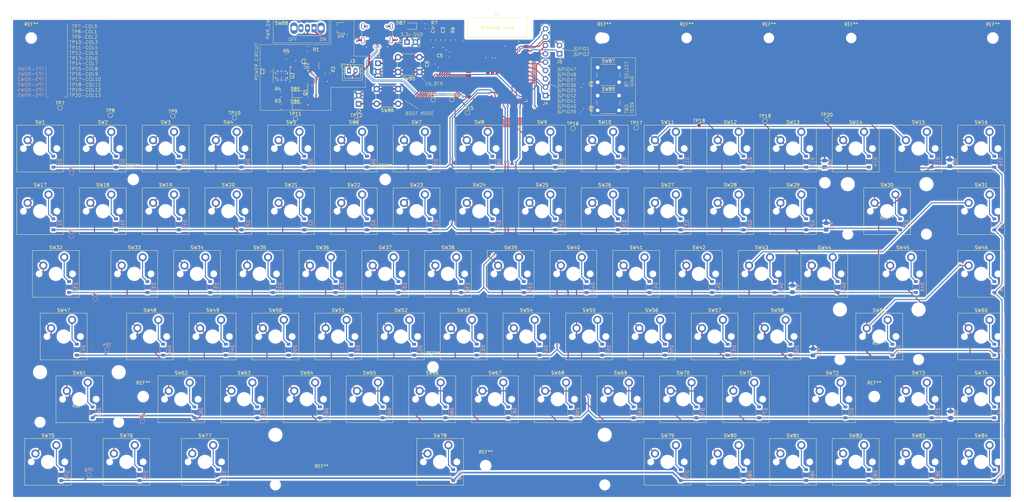
<source format=kicad_pcb>
(kicad_pcb (version 20241229) (generator "pcbnew") (generator_version "9.0")
  (layers (0 "F.Cu" signal) (2 "B.Cu" signal) (13 "F.Paste" user) (15 "B.Paste" user) (5 "F.SilkS" user "F.Silkscreen") (7 "B.SilkS" user "B.Silkscreen") (1 "F.Mask" user) (3 "B.Mask" user) (25 "Edge.Cuts" user))
  (net 0 "")
  (net 1 "row0")
  (net 2 "Net-(D1-A)")
  (net 3 "Net-(D2-A)")
  (net 4 "Net-(D3-A)")
  (net 5 "Net-(D4-A)")
  (net 6 "Net-(D5-A)")
  (net 7 "Net-(D6-A)")
  (net 8 "Net-(D7-A)")
  (net 9 "Net-(D8-A)")
  (net 10 "Net-(D9-A)")
  (net 11 "Net-(D10-A)")
  (net 12 "Net-(D11-A)")
  (net 13 "Net-(D12-A)")
  (net 14 "Net-(D13-A)")
  (net 15 "Net-(D14-A)")
  (net 16 "Net-(D15-A)")
  (net 17 "Net-(D16-A)")
  (net 18 "Net-(D17-A)")
  (net 19 "row1")
  (net 20 "Net-(D18-A)")
  (net 21 "Net-(D19-A)")
  (net 22 "Net-(D20-A)")
  (net 23 "Net-(D21-A)")
  (net 24 "Net-(D22-A)")
  (net 25 "Net-(D23-A)")
  (net 26 "Net-(D24-A)")
  (net 27 "Net-(D25-A)")
  (net 28 "Net-(D26-A)")
  (net 29 "Net-(D27-A)")
  (net 30 "Net-(D28-A)")
  (net 31 "Net-(D29-A)")
  (net 32 "Net-(D30-A)")
  (net 33 "Net-(D31-A)")
  (net 34 "Net-(D32-A)")
  (net 35 "row2")
  (net 36 "Net-(D33-A)")
  (net 37 "Net-(D34-A)")
  (net 38 "Net-(D35-A)")
  (net 39 "Net-(D36-A)")
  (net 40 "Net-(D37-A)")
  (net 41 "Net-(D38-A)")
  (net 42 "Net-(D39-A)")
  (net 43 "Net-(D40-A)")
  (net 44 "Net-(D41-A)")
  (net 45 "Net-(D42-A)")
  (net 46 "Net-(D43-A)")
  (net 47 "Net-(D44-A)")
  (net 48 "Net-(D45-A)")
  (net 49 "Net-(D46-A)")
  (net 50 "Net-(D47-A)")
  (net 51 "row3")
  (net 52 "Net-(D48-A)")
  (net 53 "Net-(D49-A)")
  (net 54 "Net-(D50-A)")
  (net 55 "Net-(D51-A)")
  (net 56 "Net-(D52-A)")
  (net 57 "Net-(D53-A)")
  (net 58 "Net-(D54-A)")
  (net 59 "Net-(D55-A)")
  (net 60 "Net-(D56-A)")
  (net 61 "Net-(D57-A)")
  (net 62 "Net-(D58-A)")
  (net 63 "Net-(D59-A)")
  (net 64 "Net-(D60-A)")
  (net 65 "row4")
  (net 66 "Net-(D61-A)")
  (net 67 "Net-(D62-A)")
  (net 68 "Net-(D63-A)")
  (net 69 "Net-(D64-A)")
  (net 70 "Net-(D65-A)")
  (net 71 "Net-(D66-A)")
  (net 72 "Net-(D67-A)")
  (net 73 "Net-(D68-A)")
  (net 74 "Net-(D69-A)")
  (net 75 "Net-(D70-A)")
  (net 76 "Net-(D71-A)")
  (net 77 "Net-(D72-A)")
  (net 78 "Net-(D73-A)")
  (net 79 "Net-(D74-A)")
  (net 80 "row5")
  (net 81 "Net-(D75-A)")
  (net 82 "Net-(D76-A)")
  (net 83 "Net-(D77-A)")
  (net 84 "Net-(D78-A)")
  (net 85 "Net-(D79-A)")
  (net 86 "Net-(D80-A)")
  (net 87 "Net-(D81-A)")
  (net 88 "Net-(D82-A)")
  (net 89 "Net-(D83-A)")
  (net 90 "Net-(D84-A)")
  (net 91 "col0")
  (net 92 "col1")
  (net 93 "col2")
  (net 94 "col3")
  (net 95 "col4")
  (net 96 "col5")
  (net 97 "col6")
  (net 98 "col7")
  (net 99 "col8")
  (net 100 "col9")
  (net 101 "col10")
  (net 102 "col11")
  (net 103 "col12")
  (net 104 "col13")
  (net 105 "USB_D-")
  (net 106 "USB_D+")
  (net 107 "Net-(J1-Pin_1)")
  (net 108 "-BATT")
  (net 109 "GND")
  (net 111 "+BATT")
  (net 112 "Net-(J4-Pin_2)")
  (net 113 "Net-(J4-Pin_6)")
  (net 114 "Net-(J4-Pin_7)")
  (net 115 "Net-(J4-Pin_5)")
  (net 116 "Net-(J4-Pin_1)")
  (net 117 "Net-(J4-Pin_4)")
  (net 118 "Net-(J4-Pin_9)")
  (net 119 "Net-(J4-Pin_3)")
  (net 120 "/MCU/BOOT")
  (net 121 "Net-(J4-Pin_8)")
  (net 122 "Net-(J5-Pin_2)")
  (net 123 "Net-(J5-Pin_1)")
  (net 126 "Net-(SW88-A)")
  (net 127 "+3.3V")
  (net 128 "Net-(D87-K)")
  (net 129 "Net-(U3-VCC)")
  (net 130 "/Power/USB+")
  (net 131 "Net-(D85-K)")
  (net 132 "Net-(D86-K)")
  (net 135 "unconnected-(P1-SHIELD-PadS1)")
  (net 136 "Net-(U3-OC)")
  (net 137 "Net-(U3-OD)")
  (net 138 "Net-(Q1-Pad1)")
  (net 139 "Net-(U3-CS)")
  (net 140 "Net-(U2-~{STDBY})")
  (net 141 "Net-(U2-~{CHRG})")
  (net 142 "Net-(U2-PROG)")
  (footprint "Button_Switch_THT:SW_PUSH_6mm" (layer "F.Cu") (at 238 58.95)
    (property "Reference" "SW87")
    (property "Value" "SW_Push")
  )
  (footprint "PCM_Switch_Keyboard_Cherry_MX:SW_Cherry_MX_PCB" (layer "F.Cu") (at 106.8125 83.6)
    (property "Reference" "SW3")
    (property "Value" "SW_Push_45deg")
  )
  (footprint "PCM_Switch_Keyboard_Cherry_MX:SW_Cherry_MX_PCB" (layer "F.Cu") (at 80.61875 159.8)
    (property "Reference" "SW61")
    (property "Value" "SW_Push_45deg")
  )
  (footprint "PCM_Switch_Keyboard_Cherry_MX:SW_Cherry_MX_PCB" (layer "F.Cu") (at 168.725 159.8)
    (property "Reference" "SW65")
    (property "Value" "SW_Push_45deg")
  )
  (footprint "PCM_Switch_Keyboard_Cherry_MX:SW_Cherry_MX_PCB" (layer "F.Cu") (at 354.4625 178.85)
    (property "Reference" "SW84")
    (property "Value" "SW_Push_45deg")
  )
  (footprint "PCM_Switch_Keyboard_Cherry_MX:SW_Cherry_MX_PCB" (layer "F.Cu") (at 178.25 140.75)
    (property "Reference" "SW52")
    (property "Value" "SW_Push_45deg")
  )
  (footprint "PCM_Switch_Keyboard_Cherry_MX:SW_Cherry_MX_PCB" (layer "F.Cu") (at 292.55 140.75)
    (property "Reference" "SW58")
    (property "Value" "SW_Push_45deg")
  )
  (footprint "Capacitor_SMD:C_0805_2012Metric_Pad1.18x1.45mm_HandSolder" (layer "F.Cu") (at 193.0125 55.1125)
    (property "Reference" "C5")
    (property "Value" "1u")
  )
  (footprint "PCM_Switch_Keyboard_Cherry_MX:SW_Cherry_MX_PCB" (layer "F.Cu") (at 354.4625 140.75)
    (property "Reference" "SW60")
    (property "Value" "SW_Push_45deg")
  )
  (footprint "Resistor_SMD:R_0805_2012Metric_Pad1.20x1.40mm_HandSolder" (layer "F.Cu") (at 185.625 46.4)
    (property "Reference" "R7")
    (property "Value" "1k")
  )
  (footprint "MountingHole:MountingHole_3.2mm_M3" (layer "F.Cu") (at 322 159)
    (property "Reference" "REF**")
    (property "Value" "MountingHole_3.2mm_M3")
  )
  (footprint "PCM_Switch_Keyboard_Cherry_MX:SW_Cherry_MX_PCB" (layer "F.Cu") (at 190.15625 178.85)
    (property "Reference" "SW78")
    (property "Value" "SW_Push_45deg")
  )
  (footprint "PCM_Switch_Keyboard_Cherry_MX:SW_Cherry_MX_PCB" (layer "F.Cu") (at 354.4625 159.8)
    (property "Reference" "SW74")
    (property "Value" "SW_Push_45deg")
  )
  (footprint "TestPoint:TestPoint_Pad_D1.0mm" (layer "F.Cu") (at 74.75 71.25)
    (property "Reference" "TP7")
    (property "Value" "TestPoint")
  )
  (footprint "PCM_Switch_Keyboard_Cherry_MX:SW_Cherry_MX_PCB" (layer "F.Cu") (at 221.1125 102.65)
    (property "Reference" "SW25")
    (property "Value" "SW_Push_45deg")
  )
  (footprint "PCM_Switch_Keyboard_Cherry_MX:SW_Cherry_MX_PCB" (layer "F.Cu") (at 73.475 121.7)
    (property "Reference" "SW32")
    (property "Value" "SW_Push_45deg")
  )
  (footprint "LED_SMD:LED_0805_2012Metric_Pad1.15x1.40mm_HandSolder" (layer "F.Cu") (at 147.126 67.151)
    (property "Reference" "D85")
    (property "Value" "LED")
  )
  (footprint "PCM_Switch_Keyboard_Cherry_MX:SW_Cherry_MX_PCB" (layer "F.Cu") (at 297.3125 83.6)
    (property "Reference" "SW13")
    (property "Value" "SW_Push_45deg")
  )
  (footprint "Button_Switch_THT:SW_PUSH_6mm" (layer "F.Cu") (at 183.9 60.3375 180)
    (property "Reference" "SW85")
    (property "Value" "SW_Push")
  )
  (footprint "MountingHole:MountingHole_3.2mm_M3" (layer "F.Cu") (at 240 50)
    (property "Reference" "REF**")
    (property "Value" "MountingHole_3.2mm_M3")
  )
  (footprint "PCM_Switch_Keyboard_Cherry_MX:SW_Cherry_MX_PCB" (layer "F.Cu") (at 68.7125 83.6)
    (property "Reference" "SW1")
    (property "Value" "SW_Push_45deg")
  )
  (footprint "PCM_Switch_Keyboard_Cherry_MX:SW_Cherry_MX_PCB" (layer "F.Cu") (at 187.775 159.8)
    (property "Reference" "SW66")
    (property "Value" "SW_Push_45deg")
  )
  (footprint "Resistor_SMD:R_0805_2012Metric_Pad1.20x1.40mm_HandSolder" (layer "F.Cu") (at 234.5 71.5 -90)
    (property "Reference" "R8")
    (property "Value" "10k")
  )
  (footprint "PCM_Switch_Keyboard_Cherry_MX:SW_Cherry_MX_PCB" (layer "F.Cu") (at 335.4125 159.8)
    (property "Reference" "SW73")
    (property "Value" "SW_Push_45deg")
  )
  (footprint "PCM_Switch_Keyboard_Cherry_MX:SW_Cherry_MX_PCB" (layer "F.Cu") (at 254.45 140.75)
    (property "Reference" "SW56")
    (property "Value" "SW_Push_45deg")
  )
  (footprint "Connector_PinHeader_2.54mm:PinHeader_1x02_P2.54mm_Vertical" (layer "F.Cu") (at 180.1225 51.25 90)
    (property "Reference" "J6")
    (property "Value" "Conn_01x02_Pin")
  )
  (footprint "PCM_Switch_Keyboard_Cherry_MX:SW_Cherry_MX_PCB" (layer "F.Cu") (at 240.1625 83.6)
    (property "Reference" "SW10")
    (property "Value" "SW_Push_45deg")
  )
  (footprint "Capacitor_SMD:C_0805_2012Metric_Pad1.18x1.45mm_HandSolder" (layer "F.Cu") (at 188.05 50.6125 -90)
    (property "Reference" "C4")
    (property "Value" "0.1u")
  )
  (footprint "PCM_Switch_Keyboard_Cherry_MX:SW_Cherry_MX_PCB" (layer "F.Cu") (at 221.1125 83.6)
    (property "Reference" "SW9")
    (property "Value" "SW_Push_45deg")
  )
  (footprint "PCM_Switch_Keyboard_Cherry_MX:SW_Cherry_MX_PCB" (layer "F.Cu") (at 273.5 140.75)
    (property "Reference" "SW57")
    (property "Value" "SW_Push_45deg")
  )
  (footprint "PCM_Switch_Keyboard_Cherry_MX:SW_Cherry_MX_PCB" (layer "F.Cu") (at 230.6375 121.7)
    (property "Reference" "SW40")
    (property "Value" "SW_Push_45deg")
  )
  (footprint "PCM_Switch_Keyboard_Cherry_MX:SW_Cherry_MX_PCB" (layer "F.Cu") (at 144.9125 102.65)
    (property "Reference" "SW21")
    (property "Value" "SW_Push_45deg")
  )
  (footprint "PCM_Switch_Keyboard_Cherry_MX:SW_Cherry_MX_PCB" (layer "F.Cu") (at 354.4625 121.7)
    (property "Reference" "SW46")
    (property "Value" "SW_Push_45deg")
  )
  (footprint "MountingHole:MountingHole_3.2mm_M3" (layer "F.Cu") (at 315 50)
    (property "Reference" "REF**")
    (property "Value" "MountingHole_3.2mm_M3")
  )
  (footprint "Resistor_SMD:R_0805_2012Metric_Pad1.20x1.40mm_HandSolder" (layer "F.Cu") (at 149.7625 53.2515)
    (property "Reference" "R1")
    (property "Value" "100")
  )
  (footprint "PCM_Switch_Keyboard_Cherry_MX:SW_Cherry_MX_PCB" (layer "F.Cu") (at 309.21875 159.8)
    (property "Reference" "SW72")
    (property "Value" "SW_Push_45deg")
  )
  (footprint "MountingHole:MountingHole_3.2mm_M3" (layer "F.Cu") (at 173.5 93)
    (property "Reference" "REF**")
    (property "Value" "MountingHole_3.2mm_M3")
  )
  (footprint "MountingHole:MountingHole_3.2mm_M3" (layer "F.Cu") (at 358 50)
    (property "Reference" "REF**")
    (property "Value" "MountingHole_3.2mm_M3")
  )
  (footprint "LED_SMD:LED_0805_2012Metric_Pad1.15x1.40mm_HandSolder" (layer "F.Cu") (at 181.225 46.4 180)
    (property "Reference" "D87")
    (property "Value" "LED")
  )
  (footprint "Connector_PinHeader_2.54mm:PinHeader_1x02_P2.54mm_Vertical" (layer "F.Cu") (at 226.4125 54.79 180)
    (property "Reference" "J5")
    (property "Value" "Conn_01x02_Pin")
  )
  (footprint "PCM_Switch_Keyboard_Cherry_MX:SW_Cherry_MX_PCB" (layer "F.Cu") (at 278.2625 178.85)
    (property "Reference" "SW80")
    (property "Value" "SW_Push_45deg")
  )
  (footprint "PCM_Switch_Keyboard_Cherry_MX:SW_Cherry_MX_PCB" (layer "F.Cu") (at 71.09375 178.85)
    (property "Reference" "SW75")
    (property "Value" "SW_Push_45deg")
  )
  (footprint "TestPoint:TestPoint_Pad_D1.0mm" (layer "F.Cu") (at 127.75 74.25)
    (property "Reference" "TP10")
    (property "Value" "TestPoint")
  )
  (footprint "PCM_Switch_Keyboard_Cherry_MX:SW_Cherry_MX_PCB" (layer "F.Cu") (at 206.825 159.8)
    (property "Reference" "SW67")
    (property "Value" "SW_Push_45deg")
  )
  (footprint "PCM_Switch_Keyboard_Cherry_MX:SW_Cherry_MX_PCB" (layer "F.Cu") (at 244.925 159.8)
    (property "Reference" "SW69")
    (property "Value" "SW_Push_45deg")
  )
  (footprint "TestPoint:TestPoint_Pad_D1.0mm" (layer "F.Cu") (at 307.6 74.8)
    (property "Reference" "TP20")
    (property "Value" "TestPoint")
  )
  (footprint "Resistor_SMD:R_0805_2012Metric_Pad1.20x1.40mm_HandSolder" (layer "F.Cu") (at 141.901 67.151)
    (property "Reference" "R4")
    (property "Value" "1k")
  )
  (footprint "TestPoint:TestPoint_Pad_D1.0mm" (layer "F.Cu") (at 146.25 74.5)
    (property "Reference" "TP11")
    (property "Value" "TestPoint")
  )
  (footprint "PCM_Switch_Keyboard_Cherry_MX:SW_Cherry_MX_PCB" (layer "F.Cu") (at 316.3625 178.85)
    (property "Reference" "SW82")
    (property "Value" "SW_Push_45deg")
  )
  (footprint "Package_SO:SOIC-8-1EP_3.9x4.9mm_P1.27mm_EP2.41x3.3mm_ThermalVias" (layer "F.Cu") (at 142 61.439 -90)
    (property "Reference" "U2")
    (property "Value" "TP4056-42-ESOP8")
  )
  (footprint "MountingHole:MountingHole_3.2mm_M3" (layer "F.Cu") (at 265 50)
    (property "Reference" "REF**")
    (property "Value" "MountingHole_3.2mm_M3")
  )
  (footprint "Capacitor_SMD:C_0805_2012Metric_Pad1.18x1.45mm_HandSolder" (layer "F.Cu") (at 191.05 50.6125 -90)
    (property "Reference" "C3")
    (property "Value" "22u")
  )
  (footprint "PCM_Switch_Keyboard_Cherry_MX:SW_Cherry_MX_PCB" (layer "F.Cu") (at 94.90625 178.85)
    (property "Reference" "SW76")
    (property "Value" "SW_Push_45deg")
  )
  (footprint "PCM_Switch_Keyboard_Cherry_MX:SW_Cherry_MX_PCB" (layer "F.Cu") (at 102.05 140.75)
    (property "Reference" "SW48")
    (property "Value" "SW_Push_45deg")
  )
  (footprint "PCM_Switch_Keyboard_Cherry_MX:SW_Cherry_MX_PCB" (layer "F.Cu") (at 259.2125 178.85)
    (property "Reference" "SW79")
    (property "Value" "SW_Push_45deg")
  )
  (footprint "PCM_Switch_Keyboard_Cherry_MX:SW_Cherry_MX_PCB" (layer "F.Cu") (at 316.3625 83.6)
    (property "Reference" "SW14")
    (property "Value" "SW_Push_45deg")
  )
  (footprint "PCM_Switch_Keyboard_Cherry_MX:SW_Cherry_MX_PCB" (layer "F.Cu") (at 278.2625 102.65)
    (property "Reference" "SW28")
    (property "Value" "SW_Push_45deg")
  )
  (footprint "Connector_JST:JST_PH_B2B-PH-K_1x02_P2.00mm_Vertical" (layer "F.Cu") (at 162.5 59.95)
    (property "Reference" "J3")
    (property "Value" "Conn_01x02_Pin")
  )
  (footprint "PCM_Switch_Keyboard_Cherry_MX:SW_Cherry_MX_PCB" (layer "F.Cu") (at 268.7375 121.7)
    (property "Reference" "SW42")
    (property "Value" "SW_Push_45deg")
  )
  (footprint "PCM_Switch_Keyboard_Cherry_MX:SW_Cherry_MX_PCB" (layer "F.Cu") (at 106.8125 102.65)
    (property "Reference" "SW19")
    (property "Value" "SW_Push_45deg")
  )
  (footprint "Connector_USB:USB_C_Receptacle_GCT_USB4105-xx-A_16P_TopMnt_Horizontal" (layer "F.Cu") (at 171.03 47.5375 180)
    (property "Reference" "P1")
    (property "Value" "USB_C_Plug_USB2.0")
  )
  (footprint "MountingHole:MountingHole_3.2mm_M3" (layer "F.Cu") (at 290 50)
    (property "Reference" "REF**")
    (property "Value" "MountingHole_3.2mm_M3")
  )
  (footprint "PCM_Switch_Keyboard_Cherry_MX:SW_Cherry_MX_PCB" (layer "F.Cu") (at 325.8875 102.65)
    (property "Reference" "SW30")
    (property "Value" "SW_Push_45deg")
  )
  (footprint "PCM_Switch_Keyboard_Cherry_MX:SW_Cherry_MX_PCB" (layer "F.Cu") (at 149.675 159.8)
    (property "Reference" "SW64")
    (property "Value" "SW_Push_45deg")
  )
  (footprint "PCM_Mounting_Keyboard_Stabilizer:Stabilizer_Cherry_MX_2.00u" (layer "F.Cu") (at 325.8875 102.65 180)
    (property "Reference" "REF**")
    (property "Value" "Stabilizer_Cherry_MX_2.00u")
  )
  (footprint "PCM_Switch_Keyboard_Cherry_MX:SW_Cherry_MX_PCB" (layer "F.Cu") (at 249.6875 121.7)
    (property "Reference" "SW41")
    (property "Value" "SW_Push_45deg")
  )
  (footprint "PCM_Switch_Keyboard_Cherry_MX:SW_Cherry_MX_PCB" (layer "F.Cu") (at 225.875 159.8)
    (property "Reference" "SW68")
    (property "Value" "SW_Push_45deg")
  )
  (footprint "PCM_Switch_Keyboard_Cherry_MX:SW_Cherry_MX_PCB" (layer "F.Cu") (at 87.7625 83.6)
    (property "Reference" "SW2")
    (property "Value" "SW_Push_45deg")
  )
  (footprint "PCM_Switch_Keyboard_Cherry_MX:SW_Cherry_MX_PCB" (layer "F.Cu") (at 130.625 159.8)
    (property "Reference" "SW63")
    (property "Value" "SW_Push_45deg")
  )
  (footprint "PCM_Mounting_Keyboard_Stabilizer:Stabilizer_Cherry_MX_2.00u" (layer "F.Cu") (at 80.61875 159.8 180)
    (property "Reference" "REF**")
    (property "Value" "Stabilizer_Cherry_MX_2.00u")
  )
  (footprint "PCM_Switch_Keyboard_Cherry_MX:SW_Cherry_MX_PCB" (layer "F.Cu") (at 173.4875 121.7)
    (property "Reference" "SW37")
    (property "Value" "SW_Push_45deg")
  )
  (footprint "PCM_Switch_Keyboard_Cherry_MX:SW_Cherry_MX_PCB" (layer "F.Cu") (at 240.1625 102.65)
    (property "Reference" "SW26")
    (property "Value" "SW_Push_45deg")
  )
  (footprint "PCM_Switch_Keyboard_Cherry_MX:SW_Cherry_MX_PCB" (layer "F.Cu") (at 278.2625 83.6)
    (property "Reference" "SW12")
    (property "Value" "SW_Push_45deg")
  )
  (footprint "MountingHole:MountingHole_3.2mm_M3" (layer "F.Cu") (at 100 159)
    (property "Reference" "REF**")
    (property "Value" "MountingHole_3.2mm_M3")
  )
  (footprint "TestPoint:TestPoint_Pad_D1.0mm" (layer "F.Cu") (at 109 73.75)
    (property "Reference" "TP9")
    (property "Value" "TestPoint")
  )
  (footprint "PCM_Switch_Keyboard_Cherry_MX:SW_Cherry_MX_PCB" (layer "F.Cu") (at 211.5875 121.7)
    (property "Reference" "SW39")
    (property "Value" "SW_Push_45deg")
  )
  (footprint "PCM_Switch_Keyboard_Cherry_MX:SW_Cherry_MX_PCB" (layer "F.Cu") (at 68.7125 102.65)
    (property "Reference" "SW17")
    (property "Value" "SW_Push_45deg")
  )
  (footprint "TestPoint:TestPoint_Pad_D1.0mm" (layer "F.Cu") (at 230.5 77.5)
    (property "Reference" "TP16")
    (property "Value" "TestPoint")
  )
  (footprint "Capacitor_SMD:C_0805_2012Metric_Pad1.18x1.45mm_HandSolder" (layer "F.Cu") (at 137.95 60.139 90)
    (property "Reference" "C2")
    (property "Value" "0.1u")
  )
  (footprint "PCM_Switch_Keyboard_Cherry_MX:SW_Cherry_MX_PCB" (layer "F.Cu") (at 330.65 121.7)
    (property "Reference" "SW45")
    (property "Value" "SW_Push_45deg")
  )
  (footprint "PCM_Mounting_Keyboard_Stabilizer:Stabilizer_Cherry_MX_6.25u" (layer "F.Cu") (at 190.15625 178.85 180)
    (property "Reference" "REF**")
    (property "Value" "Stabilizer_Cherry_MX_6.25u")
  )
  (footprint "PCM_Switch_Keyboard_Cherry_MX:SW_Cherry_MX_PCB" (layer "F.Cu") (at 297.3125 178.85)
    (property "Reference" "SW81")
    (property "Value" "SW_Push_45deg")
  )
  (footprint "PCM_Switch_Keyboard_Cherry_MX:SW_Cherry_MX_PCB" (layer "F.Cu") (at 283.025 159.8)
    (property "Reference" "SW71")
    (property "Value" "SW_Push_45deg")
  )
  (footprint "LED_SMD:LED_0805_2012Metric_Pad1.15x1.40mm_HandSolder" (layer "F.Cu") (at 147.126 70.901)
    (property "Reference" "D86")
    (property "Value" "LED")
  )
  (footprint "Resistor_SMD:R_0805_2012Metric_Pad1.20x1.40mm_HandSolder" (layer "F.Cu") (at 155.975 60.819 -90)
    (property "Reference" "R2")
    (property "Value" "1K")
  )
  (footprint "PCM_Switch_Keyboard_Cherry_MX:SW_Cherry_MX_PCB" (layer "F.Cu") (at 259.2125 102.65)
    (property "Reference" "SW27")
    (property "Value" "SW_Push_45deg")
  )
  (footprint "MountingHole:MountingHole_3.2mm_M3" (layer "F.Cu") (at 307 94)
    (property "Reference" "REF**")
    (property "Value" "MountingHole_3.2mm_M3")
  )
  (footprint "PCM_Switch_Keyboard_Cherry_MX:SW_Cherry_MX_PCB" (layer "F.Cu") (at 163.9625 102.65)
    (property "Reference" "SW22")
    (property "Value" "SW_Push_45deg")
  )
  (footprint "PCM_Switch_Keyboard_Cherry_MX:SW_Cherry_MX_PCB" (layer "F.Cu") (at 335.4125 178.85)
    (property "Reference" "SW83")
    (property "Value" "SW_Push_45deg")
  )
  (footprint "PCM_Switch_Keyboard_Cherry_MX:SW_Cherry_MX_PCB" (layer "F.Cu") (at 135.3875 121.7)
    (property "Reference" "SW35")
    (property "Value" "SW_Push_45deg")
  )
  (footprint "TestPoint:TestPoint_Pad_D1.0mm" (layer "F.Cu") (at 198.5 72.75)
    (property "Reference" "TP15")
    (property "Value" "TestPoint")
  )
  (footprint "PCM_Switch_Keyboard_Cherry_MX:SW_Cherry_MX_PCB" (layer "F.Cu") (at 306.8375 121.7)
    (property "Reference" "SW44")
    (property "Value" "SW_Push_45deg")
  )
  (footprint "Button_Switch_THT:SW_PUSH_6mm" (layer "F.Cu") (at 177.4125 70 180)
    (property "Reference" "SW86")
    (property "Value" "SW_Push")
  )
  (footprint "PCM_Mounting_Keyboard_Stabilizer:Stabilizer_Cherry_MX_2.00u" (layer "F.Cu") (at 323.50625 140.75 180)
    (property "Reference" "REF**")
    (property "Value" "Stabilizer_Cherry_MX_2.00u")
  )
  (footprint "TestPoint:TestPoint_Pad_D1.0mm" (layer "F.Cu") (at 249.75 77.25)
    (property "Reference" "TP17")
    (property "Value" "TestPoint")
  )
  (footprint "PCM_Switch_Keyboard_Cherry_MX:SW_Cherry_MX_PCB" (layer "F.Cu") (at 154.4375 121.7)
    (property "Reference" "SW36")
    (property "Value" "SW_Push_45deg")
  )
  (footprint "Button_Switch_THT:SW_PUSH_6mm" (layer "F.Cu") (at 238 67.5)
    (property "Reference" "SW89")
    (property "Value" "SW_Push")
  )
  (footprint "FS8205A:SOP65P640X120-8N" (layer "F.Cu") (at 151.5 65.889 90)
    (property "Reference" "Q1")
    (property "Value" "FS8205A")
  )
  (footprint "PCM_Switch_Keyboard_Cherry_MX:SW_Cherry_MX_PCB" (layer "F.Cu") (at 159.2 140.75)
    (property "Reference" "SW51")
    (property "Value" "SW_Push_45deg")
  )
  (footprint "Connector_PinHeader_2.54mm:PinHeader_1x02_P2.54mm_Vertical" (layer "F.Cu") (at 171.3 57.6975)
    (property "Reference" "J1")
    (property "Value" "Conn_01x02_Pin" (hide yes))
  )
  (footprint "PCM_Switch_Keyboard_Cherry_MX:SW_Cherry_MX_PCB" (layer "F.Cu") (at 97.2875 121.7)
    (property "Reference" "SW33")
    (property "Value" "SW_Push_45deg")
  )
  (footprint "PCM_Switch_Keyboard_Cherry_MX:SW_Cherry_MX_PCB" (layer "F.Cu") (at 354.4625 102.65)
    (property "Reference" "SW31")
    (property "Value" "SW_Push_45deg")
  )
  (footprint "Resistor_SMD:R_0805_2012Metric_Pad1.20x1.40mm_HandSolder" (layer "F.Cu") (at 141.901 70.901)
    (property "Reference" "R3")
    (property "Value" "1k")
  )
  (footprint "MountingHole:MountingHole_3.2mm_M3" (layer "F.Cu") (at 188 150)
    (property "Reference" "REF**")
    (property "Value" "MountingHole_3.2mm_M3")
  )
  (footprint "MountingHole:MountingHole_3.2mm_M3" (layer "F.Cu") (at 66 50)
    (property "Reference" "REF**")
    (property "Value" "MountingHole_3.2mm_M3")
  )
  (footprint "PCM_Switch_Keyboard_Cherry_MX:SW_Cherry_MX_PCB" (layer "F.Cu") (at 297.3125 102.65)
    (property "Reference" "SW29")
    (property "Value" "SW_Push_45deg")
  )
  (footprint "PCM_Switch_Keyboard_Cherry_MX:SW_Cherry_MX_PCB" (layer "F.Cu") (at 125.8625 83.6)
    (property "Reference" "SW4")
    (property "Value" "SW_Push_45deg")
  )
  (footprint "Resistor_SMD:R_0805_2012Metric_Pad1.20x1.40mm_HandSolder" (layer "F.Cu") (at 143.4825 55.639)
    (property "Reference" "R5")
    (property "Value" "R")
  )
  (footprint "PCM_Switch_Keyboard_Cherry_MX:SW_Cherry_MX_PCB" (layer "F.Cu") (at 192.5375 121.7)
    (property "Reference" "SW38")
    (property "Value" "SW_Push_45deg")
  )
  (footprint "TestPoint:TestPoint_Pad_D1.0mm" (layer "F.Cu") (at 188 68.75)
    (property "Reference" "TP13")
    (property "Value" "TestPoint")
  )
  (footprint "Connector_PinHeader_2.54mm:PinHeader_1x02_P2.54mm_Vertical" (layer "F.Cu") (at 165.4125 70.04 180)
    (property "Reference" "J2")
    (property "Value" "Conn_01x02_Pin")
  )
  (footprint "PCM_Switch_Keyboard_Cherry_MX:SW_Cherry_MX_PCB" (layer "F.Cu") (at 118.71875 178.85)
    (property "Reference" "SW77")
    (property "Value" "SW_Push_45deg")
  )
  (footprint "Package_TO_SOT_SMD:SOT-23-6" (layer "F.Cu") (at 151.8 58.5015 90)
    (property "Reference" "U3")
    (property "Value" "DW01A")
  )
  (footprint "PCM_Switch_Keyboard_Cherry_MX:SW_Cherry_MX_PCB" (layer "F.Cu") (at 354.4625 83.6)
    (property "Reference" "SW16")
    (property "Value" "SW_Push_45deg")
  )
  (footprint "PCM_Switch_Keyboard_Cherry_MX:SW_Cherry_MX_PCB" (layer "F.Cu") (at 202.0625 83.6)
    (property "Reference" "SW8")
    (property "Value" "SW_Push_45deg")
  )
  (footprint "PCM_Switch_Keyboard_Cherry_MX:SW_Cherry_MX_PCB" (layer "F.Cu") (at 263.975 159.8)
    (property "Reference" "SW70")
    (property "Value" "SW_Push_45deg")
  )
  (footprint "Capacitor_SMD:C_0805_2012Metric_Pad1.18x1.45mm_HandSolder" (layer "F.Cu") (at 147.05 57.0015 -90)
    (property "Reference" "C1")
    (property "Value" "0.1u")
  )
  (footprint "PCM_Switch_Keyboard_Cherry_MX:SW_Cherry_MX_PCB" (layer "F.Cu") (at 323.50625 140.75)
    (property "Reference" "SW59")
    (property "Value" "SW_Push_45deg")
  )
  (footprint "PCM_Switch_Keyboard_Cherry_MX:SW_Cherry_MX_PCB" (layer "F.Cu") (at 287.7875 121.7)
    (property "Reference" "SW43")
    (property "Value" "SW_Push_45deg")
  )
  (footprint "PCM_Switch_Keyboard_Cherry_MX:SW_Cherry_MX_PCB" (layer "F.Cu") (at 235.4 140.75)
    (property "Reference" "SW55")
    (property "Value" "SW_Push_45deg")
  )
  (footprint "MountingHole:MountingHole_3.2mm_M3" (layer "F.Cu") (at 204 180)
    (property "Reference" "REF**")
    (property "Value" "MountingHole_3.2mm_M3")
  )
  (footprint "PCM_Switch_Keyboard_Cherry_MX:SW_Cherry_MX_PCB" (layer "F.Cu") (at 121.1 140.75)
    (property "Reference" "SW49")
    (property "Value" "SW_Push_45deg")
  )
  (footprint "PCM_Switch_Keyboard_Cherry_MX:SW_Cherry_MX_PCB" (layer "F.Cu") (at 111.575 159.8)
    (property "Reference" "SW62")
    (property "Value" "SW_Push_45deg")
  )
  (footprint "PCM_Switch_Keyboard_Cherry_MX:SW_Cherry_MX_PCB" (layer "F.Cu") (at 125.8625 102.65)
    (property "Reference" "SW20")
    (property "Value" "SW_Push_45deg")
  )
  (footprint "TestPoint:TestPoint_Pad_D1.0mm" (layer "F.Cu") (at 268.8 76.6)
    (property "Reference" "TP18")
    (property "Value" "TestPoint")
  )
  (footprint "PCM_Switch_Keyboard_Cherry_MX:SW_Cherry_MX_PCB" (layer "F.Cu") (at 183.0125 83.6)
    (property "Reference" "SW7")
    (property "Value" "SW_Push_45deg")
  )
  (footprint "PCM_Switch_Keyboard_Cherry_MX:SW_Cherry_MX_PCB" (layer "F.Cu") (at 216.35 140.75)
    (property "Reference" "SW54")
    (property "Value" "SW_Push_45deg")
  )
  (footprint "TestPoint:TestPoint_Pad_D1.0mm" (layer "F.Cu") (at 90 73.5)
    (property "Reference" "TP8")
    (property "Value" "TestPoint")
  )
  (footprint "PCM_Switch_Keyboard_Cherry_MX:SW_Cherry_MX_PCB" (layer "F.Cu") (at 259.2125 83.6)
    (property "Reference" "SW11")
    (property "Value" "SW_Push_45deg")
  )
  (footprint "PCM_Switch_Keyboard_Cherry_MX:SW_Cherry_MX_PCB" (layer "F.Cu") (at 335.4125 83.6)
    (property "Reference" "SW15")
    (property "Value" "SW_Push_45deg")
  )
  (footprint "MountingHole:MountingHole_3.2mm_M3" (layer "F.Cu") (at 97 93)
    (property "Reference" "REF**")
    (property "Value" "MountingHole_3.2mm_M3")
  )
  (footprint "Connector_PinHeader_2.54mm:PinHeader_1x09_P2.54mm_Vertical" (layer "F.Cu") (at 222.1625 67.5 180)
    (property "Reference" "J4")
    (property "Value" "Conn_01x09_Pin")
  )
  (footprint "PCM_Switch_Keyboard_Cherry_MX:SW_Cherry_MX_PCB" (layer "F.Cu") (at 183.0125 102.65)
    (property "Reference" "SW23")
    (property "Value" "SW_Push_45deg")
  )
  (footprint "TestPoint:TestPoint_Pad_D1.0mm" (layer "F.Cu") (at 288.8 75.2)
    (property "Reference" "TP19")
    (property "Value" "TestPoint")
  )
  (footprint "Button_Switch_THT:SW_Slide_SPDT_Angled_CK_OS102011MA1Q" (layer "F.Cu") (at 151.9 47 180)
    (property "Reference" "SW88")
    (property "Value" "SW_SPDT")
  )
  (footprint "PCM_Switch_Keyboard_Cherry_MX:SW_Cherry_MX_PCB" (layer "F.Cu") (at 202.0625 102.65)
    (property "Reference" "SW24")
    (property "Value" "SW_Push_45deg")
  )
  (footprint "PCM_Espressif:ESP32-S3-WROOM-1" (layer "F.Cu") (at 207.55 59.5825)
    (property "Reference" "U1")
    (property "Value" "ESP32-S3-WROOM-1")
  )
  (footprint "TestPoint:TestPoint_Pad_D1.0mm" (layer "F.Cu") (at 164.75 75)
    (property "Reference" "TP12")
    (property "Value" "TestPoint")
  )
  (footprint "PCM_Switch_Keyboard_Cherry_MX:SW_Cherry_MX_PCB" (layer "F.Cu") (at 197.3 140.75)
    (property "Reference" "SW53")
    (property "Value" "SW_Push_45deg")
  )
  (footprint "Resistor_SMD:R_0805_2012Metric_Pad1.20x1.40mm_HandSolder" (layer "F.Cu") (at 194.05 50.6125 -90)
    (property "Reference" "R6")
    (property "Value" "10k")
  )
  (footprint "PCM_Switch_Keyboard_Cherry_MX:SW_Cherry_MX_PCB" (layer "F.Cu") (at 87.7625 102.65)
    (property "Reference" "SW18")
    (property "Value" "SW_Push_45deg")
  )
  (footprint "PCM_Switch_Keyboard_Cherry_MX:SW_Cherry_MX_PCB" (layer "F.Cu") (at 75.85625 140.75)
    (property "Reference" "SW47")
    (property "Value" "SW_Push_45deg")
  )
  (footprint "Resistor_SMD:R_0805_2012Metric_Pad1.20x1.40mm_HandSolder" (layer "F.Cu") (at 234.5 64 -90)
    (property "Reference" "R9")
    (property "Value" "10k")
  )
  (footprint "Capacitor_SMD:C_0805_2012Metric_Pad1.18x1.45mm_HandSolder" (layer "F.Cu") (at 187.9 57.925 90)
    (property "Reference" "C8")
    (property "Value" "0.1u")
  )
  (footprint "PCM_Switch_Keyboard_Cherry_MX:SW_Cherry_MX_PCB" (layer "F.Cu") (at 144.9125 83.6)
    (property "Reference" "SW5")
    (property "Value" "SW_Push_45deg")
  )
  (footprint "PCM_Switch_Keyboard_Cherry_MX:SW_Cherry_MX_PCB" (layer "F.Cu") (at 140.15 140.75)
    (property "Reference" "SW50")
    (property "Value" "SW_Push_45deg")
  )
  (footprint "PCM_Switch_Keyboard_Cherry_MX:SW_Cherry_MX_PCB" (layer "F.Cu") (at 116.3375 121.7)
    (property "Reference" "SW34")
    (property "Value" "SW_Push_45deg")
  )
  (footprint "PCM_Switch_Keyboard_Cherry_MX:SW_Cherry_MX_PCB" (layer "F.Cu") (at 163.9625 83.6)
    (property "Reference" "SW6")
    (property "Value" "SW_Push_45deg")
  )
  (footprint "Package_TO_SOT_SMD:SOT-23W_Handsoldering" (layer "F.Cu") (at 159.975 46.8875 180)
    (property "Reference" "U4")
    (property "Value" "MCP1700x-330xxTT")
  )
  (footprint "TestPoint:TestPoint_Pad_D1.0mm" (layer "F.Cu") (at 193.75 68.75)
    (property "Reference" "TP14")
    (property "Value" "TestPoint")
  )
  (footprint "Diode_SMD:D_SOD-123" (layer "B.Cu") (at 91.7625 106.65 90)
    (property "Reference" "D18")
    (property "Value" "1N4148W")
  )
  (footprint "Diode_SMD:D_SOD-123" (layer "B.Cu") (at 206.0625 106.65 90)
    (property "Reference" "D24")
    (property "Value" "1N4148W")
  )
  (footprint "Diode_SMD:D_SOD-123" (layer "B.Cu") (at 296.55 144.75 90)
    (property "Reference" "D58")
    (property "Value" "1N4148W")
  )
  (footprint "Resistor_SMD:R_0805_2012Metric_Pad1.20x1.40mm_HandSolder" (layer "B.Cu") (at 306.9125 88.25 90)
    (property "Reference" "R10")
    (property "Value" "10k")
  )
  (footprint "Diode_SMD:D_SOD-123" (layer "B.Cu") (at 339.4125 182.85 90)
    (property "Reference" "D83")
    (property "Value" "1N4148W")
  )
  (footprint "Diode_SMD:D_SOD-123" (layer "B.Cu") (at 91.7625 87.6 90)
    (property "Reference" "D2")
    (property "Value" "1N4148W")
  )
  (footprint "Diode_SMD:D_SOD-123" (layer "B.Cu") (at 201.3 144.75 90)
    (property "Reference" "D53")
    (property "Value" "1N4148W")
  )
  (footprint "Diode_SMD:D_SOD-123" (layer "B.Cu") (at 225.1125 106.65 90)
    (property "Reference" "D25")
    (property "Value" "1N4148W")
  )
  (footprint "Diode_SMD:D_SOD-123" (layer "B.Cu") (at 287.025 163.8 90)
    (property "Reference" "D71")
    (property "Value" "1N4148W")
  )
  (footprint "Diode_SMD:D_SOD-123" (layer "B.Cu") (at 282.2625 182.85 90)
    (property "Reference" "D80")
    (property "Value" "1N4148W")
  )
  (footprint "Diode_SMD:D_SOD-123" (layer "B.Cu") (at 177.4875 125.7 90)
    (property "Reference" "D37")
    (property "Value" "1N4148W")
  )
  (footprint "Diode_SMD:D_SOD-123" (layer "B.Cu") (at 77.475 125.7 90)
    (property "Reference" "D32")
    (property "Value" "1N4148W")
  )
  (footprint "Diode_SMD:D_SOD-123" (layer "B.Cu") (at 282.2625 106.65 90)
    (property "Reference" "D28")
    (property "Value" "1N4148W")
  )
  (footprint "Diode_SMD:D_SOD-123" (layer "B.Cu") (at 84.61875 163.8 90)
    (property "Reference" "D61")
    (property "Value" "1N4148W")
  )
  (footprint "TestPoint:TestPoint_Pad_D1.0mm" (layer "B.Cu") (at 78.25 91 180)
    (property "Reference" "TP1")
    (property "Value" "TestPoint")
  )
  (footprint "Diode_SMD:D_SOD-123" (layer "B.Cu") (at 115.575 163.8 90)
    (property "Reference" "D62")
    (property "Value" "1N4148W")
  )
  (footprint "Diode_SMD:D_SOD-123" (layer "B.Cu") (at 72.7125 87.6 90)
    (property "Reference" "D1")
    (property "Value" "1N4148W")
  )
  (footprint "Diode_SMD:D_SOD-123" (layer "B.Cu") (at 210.825 163.8 90)
    (property "Reference" "D67")
    (property "Value" "1N4148W")
  )
  (footprint "Diode_SMD:D_SOD-123" (layer "B.Cu") (at 263.2125 182.85 90)
    (property "Reference" "D79")
    (property "Value" "1N4148W")
  )
  (footprint "Diode_SMD:D_SOD-123" (layer "B.Cu") (at 358.4625 163.8 90)
    (property "Reference" "D74")
    (property "Value" "1N4148W")
  )
  (footprint "Diode_SMD:D_SOD-123" (layer "B.Cu") (at 225.1125 87.6 90)
    (property "Reference" "D9")
    (property "Value" "1N4148W")
  )
  (footprint "Resistor_SMD:R_0805_2012Metric_Pad1.20x1.40mm_HandSolder" (layer "B.Cu") (at 344.9125 88 90)
    (property "Reference" "R15")
    (property "Value" "10k")
  )
  (footprint "Diode_SMD:D_SOD-123" (layer "B.Cu") (at 329.8875 106.65 90)
    (property "Reference" "D30")
    (property "Value" "1N4148W")
  )
  (footprint "Diode_SMD:D_SOD-123" (layer "B.Cu") (at 301.3125 106.65 90)
    (property "Reference" "D29")
    (property "Value" "1N4148W")
  )
  (footprint "Diode_SMD:D_SOD-123" (layer "B.Cu") (at 239.4 144.75 90)
    (property "Reference" "D55")
    (property "Value" "1N4148W")
  )
  (footprint "Diode_SMD:D_SOD-123" (layer "B.Cu") (at 291.7875 125.7 90)
    (property "Reference" "D43")
    (property "Value" "1N4148W")
  )
  (footprint "Diode_SMD:D_SOD-123" (layer "B.Cu") (at 220.35 144.75 90)
    (property "Reference" "D54")
    (property "Value" "1N4148W")
  )
  (footprint "Diode_SMD:D_SOD-123" (layer "B.Cu") (at 194.15625 182.85 90)
    (property "Reference" "D78")
    (property "Value" "1N4148W")
  )
  (footprint "Diode_SMD:D_SOD-123" (layer "B.Cu") (at 163.2 144.75 90)
    (property "Reference" "D51")
    (property "Value" "1N4148W")
  )
  (footprint "Diode_SMD:D_SOD-123" (layer "B.Cu") (at 272.7375 125.7 90)
    (property "Reference" "D42")
    (property "Value" "1N4148W")
  )
  (footprint "Diode_SMD:D_SOD-123" (layer "B.Cu") (at 258.45 144.75 90)
    (property "Reference" "D56")
    (property "Value" "1N4148W")
  )
  (footprint "Diode_SMD:D_SOD-123" (layer "B.Cu") (at 167.9625 87.6 90)
    (property "Reference" "D6")
    (property "Value" "1N4148W")
  )
  (footprint "Diode_SMD:D_SOD-123" (layer "B.Cu") (at 98.90625 182.85 90)
    (property "Reference" "D76")
    (property "Value" "1N4148W")
  )
  (footprint "Diode_SMD:D_SOD-123" (layer "B.Cu") (at 187.0125 106.65 90)
    (property "Reference" "D23")
    (property "Value" "1N4148W")
  )
  (footprint "Diode_SMD:D_SOD-123" (layer "B.Cu") (at 134.625 163.8 90)
    (property "Reference" "D63")
    (property "Value" "1N4148W")
  )
  (footprint "Diode_SMD:D_SOD-123" (layer "B.Cu") (at 72.7125 106.65 90)
    (property "Reference" "D17")
    (property "Value" "1N4148W")
  )
  (footprint "Diode_SMD:D_SOD-123" (layer "B.Cu") (at 148.9125 87.6 90)
    (property "Reference" "D5")
    (property "Value" "1N4148W")
  )
  (footprint "Diode_SMD:D_SOD-123" (layer "B.Cu") (at 234.6375 125.7 90)
    (property "Reference" "D40")
    (property "Value" "1N4148W")
  )
  (footprint "Diode_SMD:D_SOD-123" (layer "B.Cu") (at 358.4625 106.65 90)
    (property "Reference" "D31")
    (property "Value" "1N4148W")
  )
  (footprint "Diode_SMD:D_SOD-123" (layer "B.Cu") (at 244.1625 87.6 90)
    (property "Reference" "D10")
    (property "Value" "1N4148W")
  )
  (footprint "Resistor_SMD:R_0805_2012Metric_Pad1.20x1.40mm_HandSolder" (layer "B.Cu") (at 303.4125 145.5 90)
    (property "Reference" "R13")
    (property "Value" "10k")
  )
  (footprint "Diode_SMD:D_SOD-123" (layer "B.Cu") (at 106.05 144.75 90)
    (property "Reference" "D48")
    (property "Value" "1N4148W")
  )
  (footprint "Diode_SMD:D_SOD-123" (layer "B.Cu") (at 327.50625 144.75 90)
    (property "Reference" "D59")
    (property "Value" "1N4148W")
  )
  (footprint "Diode_SMD:D_SOD-123" (layer "B.Cu") (at 267.975 163.8 90)
    (property "Reference" "D70")
    (property "Value" "1N4148W")
  )
  (footprint "Diode_SMD:D_SOD-123" (layer "B.Cu") (at 139.3875 125.7 90)
    (property "Reference" "D35")
    (property "Value" "1N4148W")
  )
  (footprint "Diode_SMD:D_SOD-123" (layer "B.Cu") (at 334.65 125.7 90)
    (property "Reference" "D45")
    (property "Value" "1N4148W")
  )
  (footprint "Diode_SMD:D_SOD-123" (layer "B.Cu") (at 129.8625 106.65 90)
    (property "Reference" "D20")
    (property "Value" "1N4148W")
  )
  (footprint "Diode_SMD:D_SOD-123" (layer "B.Cu") (at 153.675 163.8 90)
    (property "Reference" "D64")
    (property "Value" "1N4148W")
  )
  (footprint "Diode_SMD:D_SOD-123" (layer "B.Cu") (at 75.09375 182.85 90)
    (property "Reference" "D75")
    (property "Value" "1N4148W")
  )
  (footprint "Resistor_SMD:R_0805_2012Metric_Pad1.20x1.40mm_HandSolder" (layer "B.Cu") (at 345.1625 164.5 90)
    (property "Reference" "R14")
    (property "Value" "10k")
  )
  (footprint "TestPoint:TestPoint_Pad_D1.0mm" (layer "B.Cu") (at 85.5 129.25 180)
    (property "Reference" "TP3")
    (property "Value" "TestPoint")
  )
  (footprint "Diode_SMD:D_SOD-123" (layer "B.Cu") (at 310.8375 125.7 90)
    (property "Reference" "D44")
    (property "Value" "1N4148W")
  )
  (footprint "Diode_SMD:D_SOD-123" (layer "B.Cu") (at 172.725 163.8 90)
    (property "Reference" "D65")
    (property "Value" "1N4148W")
  )
  (footprint "Diode_SMD:D_SOD-123" (layer "B.Cu") (at 320.3625 182.85 90)
    (property "Reference" "D82")
    (property "Value" "1N4148W")
  )
  (footprint "Diode_SMD:D_SOD-123" (layer "B.Cu") (at 358.4625 125.7 90)
    (property "Reference" "D46")
    (property "Value" "1N4148W")
  )
  (footprint "Diode_SMD:D_SOD-123" (layer "B.Cu") (at 182.25 144.75 90)
    (property "Reference" "D52")
    (property "Value" "1N4148W")
  )
  (footprint "Diode_SMD:D_SOD-123" (layer "B.Cu") (at 125.1 144.75 90)
    (property "Reference" "D49")
    (property "Value" "1N4148W")
  )
  (footprint "TestPoint:TestPoint_Pad_D1.0mm" (layer "B.Cu") (at 78.25 110.25 180)
    (property "Reference" "TP2")
    (property "Value" "TestPoint")
  )
  (footprint "Diode_SMD:D_SOD-123" (layer "B.Cu") (at 120.3375 125.7 90)
    (property "Reference" "D34")
    (property "Value" "1N4148W")
  )
  (footprint "Diode_SMD:D_SOD-123" (layer "B.Cu") (at 110.8125 106.65 90)
    (property "Reference" "D19")
    (property "Value" "1N4148W")
  )
  (footprint "Diode_SMD:D_SOD-123" (layer "B.Cu") (at 244.1625 106.65 90)
    (property "Reference" "D26")
    (property "Value" "1N4148W")
  )
  (footprint "Resistor_SMD:R_0805_2012Metric_Pad1.20x1.40mm_HandSolder" (layer "B.Cu") (at 297.1625 126.25 90)
    (property "Reference" "R12")
    (property "Value" "10k")
  )
  (footprint "Diode_SMD:D_SOD-123" (layer "B.Cu") (at 358.4625 87.6 90)
    (property "Reference" "D16")
    (property "Value" "1N4148W")
  )
  (footprint "Diode_SMD:D_SOD-123" (layer "B.Cu") (at 122.71875 182.85 90)
    (property "Reference" "D77")
    (property "Value" "1N4148W")
  )
  (footprint "Diode_SMD:D_SOD-123" (layer "B.Cu") (at 215.5875 125.7 90)
    (property "Reference" "D39")
    (property "Value" "1N4148W")
  )
  (footprint "Diode_SMD:D_SOD-123" (layer "B.Cu") (at 196.5375 125.7 90)
    (property "Reference" "D38")
    (property "Value" "1N4148W")
  )
  (footprint "Diode_SMD:D_SOD-123" (layer "B.Cu") (at 187.0125 87.6 90)
    (property "Reference" "D7")
    (property "Value" "1N4148W")
  )
  (footprint "Diode_SMD:D_SOD-123" (layer "B.Cu") (at 129.8625 87.6 90)
    (property "Reference" "D4")
    (property "Value" "1N4148W")
  )
  (footprint "Resistor_SMD:R_0805_2012Metric_Pad1.20x1.40mm_HandSolder" (layer "B.Cu") (at 307.4125 107.25 90)
    (property "Reference" "R11")
    (property "Value" "10k")
  )
  (footprint "Diode_SMD:D_SOD-123" (layer "B.Cu") (at 282.2625 87.6 90)
    (property "Reference" "D12")
    (property "Value" "1N4148W")
  )
  (footprint "TestPoint:TestPoint_Pad_D1.0mm" (layer "B.Cu") (at 89 144.75 180)
    (property "Reference" "TP4")
    (property "Value" "TestPoint")
  )
  (footprint "Diode_SMD:D_SOD-123" (layer "B.Cu") (at 301.3125 182.85 90)
    (property "Reference" "D81")
    (property "Value" "1N4148W")
  )
  (footprint "Diode_SMD:D_SOD-123" (layer "B.Cu") (at 339.4125 87.6 90)
    (property "Reference" "D15")
    (property "Value" "1N4148W")
  )
  (footprint "Diode_SMD:D_SOD-123" (layer "B.Cu") (at 248.925 163.8 90)
    (property "Reference" "D69")
    (property "Value" "1N4148W")
  )
  (footprint "Diode_SMD:D_SOD-123" (layer "B.Cu") (at 339.4125 163.8 90)
    (property "Reference" "D73")
    (property "Value" "1N4148W")
  )
  (footprint "TestPoint:TestPoint_Pad_D1.0mm" (layer "B.Cu") (at 83.5 182.75 180)
    (property "Reference" "TP6")
    (property "Value" "TestPoint")
  )
  (footprint "Diode_SMD:D_SOD-123" (layer "B.Cu") (at 144.15 144.75 90)
    (property "Reference" "D50")
    (property "Value" "1N4148W")
  )
  (footprint "Diode_SMD:D_SOD-123" (layer "B.Cu") (at 320.3625 87.6 90)
    (property "Reference" "D14")
    (property "Value" "1N4148W")
  )
  (footprint "Diode_SMD:D_SOD-123" (layer "B.Cu") (at 191.775 163.8 90)
    (property "Reference" "D66")
    (property "Value" "1N4148W")
  )
  (footprint "Diode_SMD:D_SOD-123" (layer "B.Cu") (at 253.6875 125.7 90)
    (property "Reference" "D41")
    (property "Value" "1N4148W")
  )
  (footprint "Diode_SMD:D_SOD-123" (layer "B.Cu") (at 229.875 163.8 90)
    (property "Reference" "D68")
    (property "Value" "1N4148W")
  )
  (footprint "Diode_SMD:D_SOD-123" (layer "B.Cu") (at 313.21875 163.8 90)
    (property "Reference" "D72")
    (property "Value" "1N4148W")
  )
  (footprint "Diode_SMD:D_SOD-123" (layer "B.Cu") (at 158.4375 125.7 90)
    (property "Reference" "D36")
    (property "Value" "1N4148W")
  )
  (footprint "Diode_SMD:D_SOD-123" (layer "B.Cu") (at 79.85625 144.75 90)
    (property "Reference" "D47")
    (property "Value" "1N4148W")
  )
  (footprint "Diode_SMD:D_SOD-123" (layer "B.Cu") (at 263.2125 87.6 90)
    (property "Reference" "D11")
    (property "Value" "1N4148W")
  )
  (footprint "Diode_SMD:D_SOD-123" (layer "B.Cu") (at 110.8125 87.6 90)
    (property "Reference" "D3")
    (property "Value" "1N4148W")
  )
  (footprint "Diode_SMD:D_SOD-123" (layer "B.Cu") (at 101.2875 125.7 90)
    (property "Reference" "D33")
    (property "Value" "1N4148W")
  )
  (footprint "Diode_SMD:D_SOD-123" (layer "B.Cu") (at 277.5 144.75 90)
    (property "Reference" "D57")
    (property "Value" "1N4148W")
  )
  (footprint "Diode_SMD:D_SOD-123" (layer "B.Cu") (at 358.4625 182.85 90)
    (property "Reference" "D84")
    (property "Value" "1N4148W")
  )
  (footprint "Diode_SMD:D_SOD-123" (layer "B.Cu") (at 358.4625 144.75 90)
    (property "Reference" "D60")
    (property "Value" "1N4148W")
  )
  (footprint "Diode_SMD:D_SOD-123" (layer "B.Cu") (at 301.3125 87.6 90)
    (property "Reference" "D13")
    (property "Value" "1N4148W")
  )
  (footprint "TestPoint:TestPoint_Pad_D1.0mm" (layer "B.Cu") (at 99.75 166.5 180)
    (property "Reference" "TP5")
    (property "Value" "TestPoint")
  )
  (footprint "Diode_SMD:D_SOD-123" (layer "B.Cu") (at 263.2125 106.65 90)
    (property "Reference" "D27")
    (property "Value" "1N4148W")
  )
  (footprint "Diode_SMD:D_SOD-123" (layer "B.Cu") (at 206.0625 87.6 90)
    (property "Reference" "D8")
    (property "Value" "1N4148W")
  )
  (footprint "Diode_SMD:D_SOD-123" (layer "B.Cu") (at 167.9625 106.65 90)
    (property "Reference" "D22")
    (property "Value" "1N4148W")
  )
  (footprint "Diode_SMD:D_SOD-123" (layer "B.Cu") (at 148.9125 106.65 90)
    (property "Reference" "D21")
    (property "Value" "1N4148W")
  )
  (gr_line (start 231 52.5) (end 231 55.5) (stroke (width 0.1)) (layer "F.SilkS"))
  (gr_line (start 157 65) (end 157 72) (stroke (width 0.1)) (layer "F.SilkS"))
  (gr_line (start 227.7925 52.195) (end 226.5 52.195) (stroke (width 0.1)) (layer "F.SilkS"))
  (gr_line (start 231 55.5) (end 230.5 55.5) (stroke (width 0.1)) (layer "F.SilkS"))
  (gr_line (start 157 44.5) (end 164 44.5) (stroke (width 0.1)) (layer "F.SilkS"))
  (gr_rect (start 236 56) (end 249.5 73.5) (stroke (width 0.1)) (fill no) (layer "F.SilkS"))
  (gr_line (start 226.5 52.195) (end 226.4125 50.87) (stroke (width 0.1)) (layer "F.SilkS"))
  (gr_line (start 77 46) (end 77 45.5) (stroke (width 0.1)) (layer "F.SilkS"))
  (gr_line (start 167.5 65) (end 157 65) (stroke (width 0.1)) (layer "F.SilkS"))
  (gr_line (start 231 54) (end 227.7925 53.52) (stroke (width 0.1)) (layer "F.SilkS"))
  (gr_line (start 226 73) (end 225.5 73) (stroke (width 0.1)) (layer "F.SilkS"))
  (gr_line (start 77 68) (end 77 46) (stroke (width 0.1)) (layer "F.SilkS"))
  (gr_line (start 185.5 63) (end 184 61.5) (stroke (width 0.1)) (layer "F.SilkS"))
  (gr_rect (start 139.5 44) (end 156.5 51.5) (stroke (width 0.1)) (fill no) (layer "F.SilkS"))
  (gr_line (start 226 65) (end 223.5 64) (stroke (width 0.1)) (layer "F.SilkS"))
  (gr_line (start 157 52) (end 157 44.5) (stroke (width 0.1)) (layer "F.SilkS"))
  (gr_line (start 183.5 71.5) (end 179.5 69) (stroke (width 0.1)) (layer "F.SilkS"))
  (gr_line (start 135.5 52) (end 157 52) (stroke (width 0.1)) (layer "F.SilkS"))
  (gr_line (start 164 55.5) (end 167.5 55.5) (stroke (width 0.1)) (layer "F.SilkS"))
  (gr_line (start 167.5 55.5) (end 167.5 65) (stroke (width 0.1)) (layer "F.SilkS"))
  (gr_line (start 157 72) (end 135.5 72) (stroke (width 0.1)) (layer "F.SilkS"))
  (gr_line (start 226 59) (end 226 73) (stroke (width 0.1)) (layer "F.SilkS"))
  (gr_line (start 135.5 72) (end 135.5 52) (stroke (width 0.1)) (layer "F.SilkS"))
  (gr_line (start 164 44.5) (end 164 55.5) (stroke (width 0.1)) (layer "F.SilkS"))
  (gr_line (start 77 68) (end 76 68) (stroke (width 0.1)) (layer "F.SilkS"))
  (gr_line (start 71.5 68) (end 70.5 68) (stroke (width 0.1)) (layer "B.SilkS"))
  (gr_line (start 70.5 58.5) (end 70.5 68) (stroke (width 0.1)) (layer "B.SilkS"))
  (gr_line (start 218 50) (end 218 46) (stroke (width 0.05)) (layer "Edge.Cuts"))
  (gr_line (start 179 44) (end 197.5 44) (stroke (width 0.05)) (layer "Edge.Cuts"))
  (gr_line (start 60 190) (end 364 190) (stroke (width 0.05)) (layer "Edge.Cuts"))
  (gr_line (start 364 190) (end 364 44) (stroke (width 0.05)) (layer "Edge.Cuts"))
  (gr_line (start 60 188) (end 60 190) (stroke (width 0.05)) (layer "Edge.Cuts"))
  (gr_line (start 218 46) (end 218 44) (stroke (width 0.05)) (layer "Edge.Cuts"))
  (gr_line (start 60 45) (end 60 51) (stroke (width 0.05)) (layer "Edge.Cuts"))
  (gr_line (start 218 50) (end 214 50) (stroke (width 0.05)) (layer "Edge.Cuts"))
  (gr_line (start 197.5 50) (end 197.5 44) (stroke (width 0.05)) (layer "Edge.Cuts"))
  (gr_line (start 218 44) (end 364 44) (stroke (width 0.05)) (layer "Edge.Cuts"))
  (gr_line (start 179 44) (end 102 44) (stroke (width 0.05)) (layer "Edge.Cuts"))
  (gr_line (start 60 51) (end 60 188) (stroke (width 0.05)) (layer "Edge.Cuts"))
  (gr_line (start 197.5 50) (end 214 50) (stroke (width 0.05)) (layer "Edge.Cuts"))
  (gr_line (start 102 44) (end 60 44) (stroke (width 0.05)) (layer "Edge.Cuts"))
  (gr_line (start 60 45) (end 60 44) (stroke (width 0.05)) (layer "Edge.Cuts"))
  (gr_text "OFF\n" (at 144 51 0) (layer "F.SilkS") (effects (font (size 1 1) (thickness 0.1)) (justify left bottom)))
  (gr_text "3.3v GND" (at 178 49.5 0) (layer "F.SilkS") (effects (font (size 1 1) (thickness 0.1)) (justify left bottom)))
  (gr_text "PWR_SW" (at 138.5 50.5 90) (layer "F.SilkS") (effects (font (size 1 1) (thickness 0.1)) (justify left bottom)))
  (gr_text "POWER CIRCUIT" (at 135 63 90) (layer "F.SilkS") (effects (font (size 1 1) (thickness 0.1)) (justify left bottom)))
  (gr_text "GPIO47\nGPIO48\nGPIO37\nGPIO36\nGPIO35\nGPIO42\nGPIO41\nGPIO40\nGPIO39" (at 226 73 0) (layer "F.SilkS") (effects (font (size 1 1) (thickness 0.1)) (justify left bottom)))
  (gr_text "BOOT MODE" (at 179.5 73.5 0) (layer "F.SilkS") (effects (font (size 1 1) (thickness 0.1)) (justify left bottom)))
  (gr_text "BT SELECT\nIO40\n" (at 249 65 90) (layer "F.SilkS") (effects (font (size 1 1) (thickness 0.1)) (justify left bottom)))
  (gr_text " TP7-COL0\n TP8-COL1\n TP9-COL2\nTP10-COL3\nTP11-COL4\nTP12-COL5\nTP13-COL6\nTP14-COL7\nTP15-COL8\nTP16-COL9\nTP17-COL10\nTP18-COL11\nTP19-COL12\nTP20-COL13" (at 77.5 68 0) (layer "F.SilkS") (effects (font (size 1 1) (thickness 0.1)) (justify left bottom)))
  (gr_text "TBD\nIO39" (at 249 73 90) (layer "F.SilkS") (effects (font (size 1 1) (thickness 0.1)) (justify left bottom)))
  (gr_text "ON" (at 153.5 51 0) (layer "F.SilkS") (effects (font (size 1 1) (thickness 0.1)) (justify left bottom)))
  (gr_text "EN_BTN" (at 185.5 64.5 0) (layer "F.SilkS") (effects (font (size 1 1) (thickness 0.1)) (justify left bottom)))
  (gr_text "GPIO1\nGPIO2" (at 231 55.5 0) (layer "F.SilkS") (effects (font (size 1 1) (thickness 0.1)) (justify left bottom)))
  (gr_text "TP1-ROW0\nTP2-ROW1\nTP3-ROW2\nTP4-ROW3\nTP5-ROW4\nTP6-ROW5" (at 70 68 -0) (layer "B.SilkS") (effects (font (size 1 1) (thickness 0.1)) (justify left bottom mirror)))
  (segment (start 206.9125 68.03) (end 206.915 68.0325) (width 0.3) (layer "F.Cu") (net 1))
  (segment (start 206.915 68.0325) (end 206.915 69.0825) (width 0.3) (layer "F.Cu") (net 1))
  (segment (start 206.9125 67.25) (end 206.9125 68.03) (width 0.3) (layer "F.Cu") (net 1))
  (via (at 206.9125 67.25) (size 0.7) (drill 0.3) (layers "F.Cu" "B.Cu") (net 1))
  (segment (start 167.9625 89.25) (end 187.0125 89.25) (width 0.3) (layer "B.Cu") (net 1))
  (segment (start 78.25 91) (end 78.25 90) (width 0.3) (layer "B.Cu") (net 1))
  (segment (start 201.6625 65.75) (end 193.20625 74.20625) (width 0.3) (layer "B.Cu") (net 1))
  (segment (start 203.1625 65.75) (end 201.6625 65.75) (width 0.3) (layer "B.Cu") (net 1))
  (segment (start 203.1625 65.75) (end 205.4125 65.75) (width 0.3) (layer "B.Cu") (net 1))
  (segment (start 282.2625 89.25) (end 301.3125 89.25) (width 0.3) (layer "B.Cu") (net 1))
  (segment (start 110.8125 89.25) (end 129.8625 89.25) (width 0.3) (layer "B.Cu") (net 1))
  (segment (start 193.1625 74.25) (end 193.1625 75.25) (width 0.3) (layer "B.Cu") (net 1))
  (segment (start 225.1125 89.25) (end 244.1625 89.25) (width 0.3) (layer "B.Cu") (net 1))
  (segment (start 192.1625 89.25) (end 193.1625 88.25) (width 0.3) (layer "B.Cu") (net 1))
  (segment (start 301.3125 89.25) (end 320.3625 89.25) (width 0.3) (layer "B.Cu") (net 1))
  (segment (start 148.9125 89.25) (end 167.9625 89.25) (width 0.3) (layer "B.Cu") (net 1))
  (segment (start 193.20625 74.20625) (end 193.1625 74.25) (width 0.3) (layer "B.Cu") (net 1))
  (segment (start 206.0625 89.25) (end 225.1125 89.25) (width 0.3) (layer "B.Cu") (net 1))
  (segment (start 129.8625 89.25) (end 148.9125 89.25) (width 0.3) (layer "B.Cu") (net 1))
  (segment (start 205.4125 65.75) (end 206.9125 67.25) (width 0.3) (layer "B.Cu") (net 1))
  (segment (start 78.25 90) (end 77.5 89.25) (width 0.3) (layer "B.Cu") (net 1))
  (segment (start 193.1625 75.25) (end 193.1625 88.25) (width 0.3) (layer "B.Cu") (net 1))
  (segment (start 193.1625 88.25) (end 194.1625 89.25) (width 0.3) (layer "B.Cu") (net 1))
  (segment (start 187.0125 89.25) (end 192.1625 89.25) (width 0.3) (layer "B.Cu") (net 1))
  (segment (start 72.7125 89.25) (end 77.5 89.25) (width 0.3) (layer "B.Cu") (net 1))
  (segment (start 77.5 89.25) (end 91.7625 89.25) (width 0.3) (layer "B.Cu") (net 1))
  (segment (start 91.7625 89.25) (end 110.8125 89.25) (width 0.3) (layer "B.Cu") (net 1))
  (segment (start 244.1625 89.25) (end 263.2125 89.25) (width 0.3) (layer "B.Cu") (net 1))
  (segment (start 263.2125 89.25) (end 282.2625 89.25) (width 0.3) (layer "B.Cu") (net 1))
  (segment (start 194.1625 89.25) (end 206.0625 89.25) (width 0.3) (layer "B.Cu") (net 1))
  (segment (start 71.2525 84.49) (end 72.7125 85.95) (width 0.3) (layer "B.Cu") (net 2))
  (segment (start 71.2525 78.52) (end 71.2525 84.49) (width 0.3) (layer "B.Cu") (net 2))
  (segment (start 90.3025 78.52) (end 90.3025 84.49) (width 0.3) (layer "B.Cu") (net 3))
  (segment (start 90.3025 84.49) (end 91.7625 85.95) (width 0.3) (layer "B.Cu") (net 3))
  (segment (start 109.3525 84.49) (end 110.8125 85.95) (width 0.3) (layer "B.Cu") (net 4))
  (segment (start 109.3525 78.52) (end 109.3525 84.49) (width 0.3) (layer "B.Cu") (net 4))
  (segment (start 128.4025 78.52) (end 128.4025 84.49) (width 0.3) (layer "B.Cu") (net 5))
  (segment (start 128.4025 84.49) (end 129.8625 85.95) (width 0.3) (layer "B.Cu") (net 5))
  (segment (start 147.4525 84.49) (end 148.9125 85.95) (width 0.3) (layer "B.Cu") (net 6))
  (segment (start 147.4525 78.52) (end 147.4525 84.49) (width 0.3) (layer "B.Cu") (net 6))
  (segment (start 166.5025 84.49) (end 167.9625 85.95) (width 0.3) (layer "B.Cu") (net 7))
  (segment (start 166.5025 78.52) (end 166.5025 84.49) (width 0.3) (layer "B.Cu") (net 7))
  (segment (start 185.5525 78.52) (end 185.5525 84.49) (width 0.3) (layer "B.Cu") (net 8))
  (segment (start 185.5525 84.49) (end 187.0125 85.95) (width 0.3) (layer "B.Cu") (net 8))
  (segment (start 204.6025 78.52) (end 204.6025 84.49) (width 0.3) (layer "B.Cu") (net 9))
  (segment (start 204.6025 84.49) (end 206.0625 85.95) (width 0.3) (layer "B.Cu") (net 9))
  (segment (start 223.6525 84.49) (end 225.1125 85.95) (width 0.3) (layer "B.Cu") (net 10))
  (segment (start 223.6525 78.52) (end 223.6525 84.49) (width 0.3) (layer "B.Cu") (net 10))
  (segment (start 242.7025 84.49) (end 244.1625 85.95) (width 0.3) (layer "B.Cu") (net 11))
  (segment (start 242.7025 78.52) (end 242.7025 84.49) (width 0.3) (layer "B.Cu") (net 11))
  (segment (start 261.7525 84.49) (end 263.2125 85.95) (width 0.3) (layer "B.Cu") (net 12))
  (segment (start 261.7525 78.52) (end 261.7525 84.49) (width 0.3) (layer "B.Cu") (net 12))
  (segment (start 280.8025 84.49) (end 282.2625 85.95) (width 0.3) (layer "B.Cu") (net 13))
  (segment (start 280.8025 78.52) (end 280.8025 84.49) (width 0.3) (layer "B.Cu") (net 13))
  (segment (start 299.8525 78.52) (end 299.8525 84.49) (width 0.3) (layer "B.Cu") (net 14))
  (segment (start 299.8525 84.49) (end 301.3125 85.95) (width 0.3) (layer "B.Cu") (net 14))
  (segment (start 318.9025 78.52) (end 318.9025 84.49) (width 0.3) (layer "B.Cu") (net 15))
  (segment (start 318.9025 84.49) (end 320.3625 85.95) (width 0.3) (layer "B.Cu") (net 15))
  (segment (start 337.9525 84.49) (end 339.4125 85.95) (width 0.3) (layer "B.Cu") (net 16))
  (segment (start 337.9525 78.52) (end 337.9525 84.49) (width 0.3) (layer "B.Cu") (net 16))
  (segment (start 357.0025 84.49) (end 358.4625 85.95) (width 0.3) (layer "B.Cu") (net 17))
  (segment (start 357.0025 78.52) (end 357.0025 84.49) (width 0.3) (layer "B.Cu") (net 17))
  (segment (start 71.2525 97.57) (end 71.2525 103.54) (width 0.3) (layer "B.Cu") (net 18))
  (segment (start 71.2525 103.54) (end 72.7125 105) (width 0.3) (layer "B.Cu") (net 18))
  (segment (start 193.8625 106.05) (end 193.6625 106.25) (width 0.3) (layer "F.Cu") (net 19))
  (segment (start 193.8625 86.75) (end 193.8625 106.05) (width 0.3) (layer "F.Cu") (net 19))
  (segment (start 208.185 69.0825) (end 208.185 67.531136) (width 0.3) (layer "F.Cu") (net 19))
  (segment (start 208.185 67.531136) (end 207.202864 66.549) (width 0.3) (layer "F.Cu") (net 19))
  (segment (start 207.202864 66.549) (end 205.3635 66.549) (width 0.3) (layer "F.Cu") (net 19))
  (segment (start 205.3635 66.549) (end 205.1625 66.75) (width 0.3) (layer "F.Cu") (net 19))
  (via (at 193.8625 86.75) (size 0.7) (drill 0.3) (layers "F.Cu" "B.Cu") (net 19))
  (via (at 205.1625 66.75) (size 0.7) (drill 0.3) (layers "F.Cu" "B.Cu") (net 19))
  (via (at 193.6625 106.25) (size 0.7) (drill 0.3) (layers "F.Cu" "B.Cu") (net 19))
  (segment (start 329.3975 107.81) (end 329.8875 108.3) (width 0.3) (layer "B.Cu") (net 19))
  (segment (start 307.4125 108.25) (end 307.8525 107.81) (width 0.3) (layer "B.Cu") (net 19))
  (segment (start 78.25 109.05) (end 77.5 108.3) (width 0.3) (layer "B.Cu") (net 19))
  (segment (start 206.0625 108.3) (end 225.1125 108.3) (width 0.3) (layer "B.Cu") (net 19))
  (segment (start 195.1625 108.3) (end 206.0625 108.3) (width 0.3) (layer "B.Cu") (net 19))
  (segment (start 225.1125 108.3) (end 244.1625 108.3) (width 0.3) (layer "B.Cu") (net 19))
  (segment (start 193.8625 86.75) (end 193.8625 74.3875) (width 0.3) (layer "B.Cu") (net 19))
  (segment (start 244.1625 108.3) (end 263.2125 108.3) (width 0.3) (layer "B.Cu") (net 19))
  (segment (start 77.5 108.3) (end 91.7625 108.3) (width 0.3) (layer "B.Cu") (net 19))
  (segment (start 72.7125 108.3) (end 77.5 108.3) (width 0.3) (layer "B.Cu") (net 19))
  (segment (start 193.6625 106.25) (end 193.6625 106.8) (width 0.3) (layer "B.Cu") (net 19))
  (segment (start 301.3125 108.3) (end 307.3625 108.3) (width 0.3) (layer "B.Cu") (net 19))
  (segment (start 78.25 110.25) (end 78.25 109.05) (width 0.3) (layer "B.Cu") (net 19))
  (segment (start 187.0125 108.3) (end 192.1625 108.3) (width 0.3) (layer "B.Cu") (net 19))
  (segment (start 148.9125 108.3) (end 167.9625 108.3) (width 0.3) (layer "B.Cu") (net 19))
  (segment (start 193.8625 74.3875) (end 201.5 66.75) (width 0.3) (layer "B.Cu") (net 19))
  (segment (start 91.7625 108.3) (end 110.8125 108.3) (width 0.3) (layer "B.Cu") (net 19))
  (segment (start 193.6625 106.8) (end 192.1625 108.3) (width 0.3) (layer "B.Cu") (net 19))
  (segment (start 307.3625 108.3) (end 307.4125 108.25) (width 0.3) (layer "B.Cu") (net 19))
  (segment (start 167.9625 108.3) (end 187.0125 108.3) (width 0.3) (layer "B.Cu") (net 19))
  (segment (start 193.6625 106.8) (end 195.1625 108.3) (width 0.3) (layer "B.Cu") (net 19))
  (segment (start 263.2125 108.3) (end 282.2625 108.3) (width 0.3) (layer "B.Cu") (net 19))
  (segment (start 201.5 66.75) (end 205.1625 66.75) (width 0.3) (layer "B.Cu") (net 19))
  (segment (start 307.5 108.3375) (end 307.4125 108.25) (width 0.3) (layer "B.Cu") (net 19))
  (segment (start 307.8525 107.81) (end 329.3975 107.81) (width 0.3) (layer "B.Cu") (net 19))
  (segment (start 129.8625 108.3) (end 148.9125 108.3) (width 0.3) (layer "B.Cu") (net 19))
  (segment (start 110.8125 108.3) (end 129.8625 108.3) (width 0.3) (layer "B.Cu") (net 19))
  (segment (start 282.2625 108.3) (end 301.3125 108.3) (width 0.3) (layer "B.Cu") (net 19))
  (segment (start 90.3025 103.54) (end 91.7625 105) (width 0.3) (layer "B.Cu") (net 20))
  (segment (start 90.3025 97.57) (end 90.3025 103.54) (width 0.3) (layer "B.Cu") (net 20))
  (segment (start 109.3525 97.57) (end 109.3525 103.54) (width 0.3) (layer "B.Cu") (net 21))
  (segment (start 109.3525 103.54) (end 110.8125 105) (width 0.3) (layer "B.Cu") (net 21))
  (segment (start 128.4025 103.54) (end 129.8625 105) (width 0.3) (layer "B.Cu") (net 22))
  (segment (start 128.4025 97.57) (end 128.4025 103.54) (width 0.3) (layer "B.Cu") (net 22))
  (segment (start 147.4525 97.57) (end 147.4525 103.54) (width 0.3) (layer "B.Cu") (net 23))
  (segment (start 147.4525 103.54) (end 148.9125 105) (width 0.3) (layer "B.Cu") (net 23))
  (segment (start 166.5025 103.54) (end 167.9625 105) (width 0.3) (layer "B.Cu") (net 24))
  (segment (start 166.5025 97.57) (end 166.5025 103.54) (width 0.3) (layer "B.Cu") (net 24))
  (segment (start 185.5525 97.57) (end 185.5525 103.54) (width 0.3) (layer "B.Cu") (net 25))
  (segment (start 185.5525 103.54) (end 187.0125 105) (width 0.3) (layer "B.Cu") (net 25))
  (segment (start 204.6025 97.57) (end 204.6025 103.54) (width 0.3) (layer "B.Cu") (net 26))
  (segment (start 204.6025 103.54) (end 206.0625 105) (width 0.3) (layer "B.Cu") (net 26))
  (segment (start 223.6525 97.57) (end 223.6525 103.54) (width 0.3) (layer "B.Cu") (net 27))
  (segment (start 223.6525 103.54) (end 225.1125 105) (width 0.3) (layer "B.Cu") (net 27))
  (segment (start 242.7025 97.57) (end 242.7025 103.54) (width 0.3) (layer "B.Cu") (net 28))
  (segment (start 242.7025 103.54) (end 244.1625 105) (width 0.3) (layer "B.Cu") (net 28))
  (segment (start 261.7525 103.54) (end 263.2125 105) (width 0.3) (layer "B.Cu") (net 29))
  (segment (start 261.7525 97.57) (end 261.7525 103.54) (width 0.3) (layer "B.Cu") (net 29))
  (segment (start 280.8025 103.54) (end 282.2625 105) (width 0.3) (layer "B.Cu") (net 30))
  (segment (start 280.8025 97.57) (end 280.8025 103.54) (width 0.3) (layer "B.Cu") (net 30))
  (segment (start 299.8525 103.54) (end 301.3125 105) (width 0.3) (layer "B.Cu") (net 31))
  (segment (start 299.8525 97.57) (end 299.8525 103.54) (width 0.3) (layer "B.Cu") (net 31))
  (segment (start 328.4275 97.57) (end 328.4275 103.54) (width 0.3) (layer "B.Cu") (net 32))
  (segment (start 328.4275 103.54) (end 329.8875 105) (width 0.3) (layer "B.Cu") (net 32))
  (segment (start 357.0025 97.57) (end 357.0025 103.54) (width 0.3) (layer "B.Cu") (net 33))
  (segment (start 357.0025 103.54) (end 358.4625 105) (width 0.3) (layer "B.Cu") (net 33))
  (segment (start 76.015 122.59) (end 77.475 124.05) (width 0.3) (layer "B.Cu") (net 34))
  (segment (start 76.015 116.62) (end 76.015 122.59) (width 0.3) (layer "B.Cu") (net 34))
  (segment (start 209.455 69.0825) (end 209.455 70.7075) (width 0.3) (layer "F.Cu") (net 35))
  (segment (start 209.9125 112.5) (end 206.4125 116) (width 0.3) (layer "F.Cu") (net 35))
  (segment (start 209.455 70.7075) (end 209.4125 70.75) (width 0.3) (layer "F.Cu") (net 35))
  (segment (start 209.9125 87.75) (end 209.9125 112.5) (width 0.3) (layer "F.Cu") (net 35))
  (via (at 209.9125 87.75) (size 0.7) (drill 0.3) (layers "F.Cu" "B.Cu") (net 35))
  (via (at 206.4125 116) (size 0.7) (drill 0.3) (layers "F.Cu" "B.Cu") (net 35))
  (via (at 209.4125 70.75) (size 0.7) (drill 0.3) (layers "F.Cu" "B.Cu") (net 35))
  (segment (start 120.3375 127.35) (end 139.3875 127.35) (width 0.3) (layer "B.Cu") (net 35))
  (segment (start 139.3875 127.35) (end 158.4375 127.35) (width 0.3) (layer "B.Cu") (net 35))
  (segment (start 77.475 127.35) (end 84.75 127.35) (width 0.3) (layer "B.Cu") (net 35))
  (segment (start 234.6375 127.35) (end 253.6875 127.35) (width 0.3) (layer "B.Cu") (net 35))
  (segment (start 209.9125 71.25) (end 209.9125 87.75) (width 0.3) (layer "B.Cu") (net 35))
  (segment (start 272.7375 127.35) (end 291.7875 127.35) (width 0.3) (layer "B.Cu") (net 35))
  (segment (start 310.8375 127.35) (end 334.65 127.35) (width 0.3) (layer "B.Cu") (net 35))
  (segment (start 101.2875 127.35) (end 120.3375 127.35) (width 0.3) (layer "B.Cu") (net 35))
  (segment (start 203.4125 119) (end 203.4125 125.85) (width 0.3) (layer "B.Cu") (net 35))
  (segment (start 203.4125 125.85) (end 204.9125 127.35) (width 0.3) (layer "B.Cu") (net 35))
  (segment (start 85.5 129.25) (end 85.5 128.1) (width 0.3) (layer "B.Cu") (net 35))
  (segment (start 158.4375 127.35) (end 177.4875 127.35) (width 0.3) (layer "B.Cu") (net 35))
  (segment (start 85.5 128.1) (end 84.75 127.35) (width 0.3) (layer "B.Cu") (net 35))
  (segment (start 84.75 127.35) (end 101.2875 127.35) (width 0.3) (layer "B.Cu") (net 35))
  (segment (start 203.4125 125.85) (end 201.9125 127.35) (width 0.3) (layer "B.Cu") (net 35))
  (segment (start 291.7875 127.35) (end 310.8375 127.35) (width 0.3) (layer "B.Cu") (net 35))
  (segment (start 204.9125 127.35) (end 215.5875 127.35) (width 0.3) (layer "B.Cu") (net 35))
  (segment (start 177.4875 127.35) (end 196.5375 127.35) (width 0.3) (layer "B.Cu") (net 35))
  (segment (start 206.4125 116) (end 203.4125 119) (width 0.3) (layer "B.Cu") (net 35))
  (segment (start 209.4125 70.75) (end 209.9125 71.25) (width 0.3) (layer "B.Cu") (net 35))
  (segment (start 196.5375 127.35) (end 201.9125 127.35) (width 0.3) (layer "B.Cu") (net 35))
  (segment (start 215.5875 127.35) (end 234.6375 127.35) (width 0.3) (layer "B.Cu") (net 35))
  (segment (start 253.6875 127.35) (end 272.7375 127.35) (width 0.3) (layer "B.Cu") (net 35))
  (segment (start 99.8275 122.59) (end 101.2875 124.05) (width 0.3) (layer "B.Cu") (net 36))
  (segment (start 99.8275 116.62) (end 99.8275 122.59) (width 0.3) (layer "B.Cu") (net 36))
  (segment (start 118.8775 122.59) (end 120.3375 124.05) (width 0.3) (layer "B.Cu") (net 37))
  (segment (start 118.8775 116.62) (end 118.8775 122.59) (width 0.3) (layer "B.Cu") (net 37))
  (segment (start 137.9275 116.62) (end 137.9275 122.59) (width 0.3) (layer "B.Cu") (net 38))
  (segment (start 137.9275 122.59) (end 139.3875 124.05) (width 0.3) (layer "B.Cu") (net 38))
  (segment (start 156.9775 116.62) (end 156.9775 122.59) (width 0.3) (layer "B.Cu") (net 39))
  (segment (start 156.9775 122.59) (end 158.4375 124.05) (width 0.3) (layer "B.Cu") (net 39))
  (segment (start 176.0275 116.62) (end 176.0275 122.59) (width 0.3) (layer "B.Cu") (net 40))
  (segment (start 176.0275 122.59) (end 177.4875 124.05) (width 0.3) (layer "B.Cu") (net 40))
  (segment (start 195.0775 122.59) (end 196.5375 124.05) (width 0.3) (layer "B.Cu") (net 41))
  (segment (start 195.0775 116.62) (end 195.0775 122.59) (width 0.3) (layer "B.Cu") (net 41))
  (segment (start 214.1275 122.59) (end 215.5875 124.05) (width 0.3) (layer "B.Cu") (net 42))
  (segment (start 214.1275 116.62) (end 214.1275 122.59) (width 0.3) (layer "B.Cu") (net 42))
  (segment (start 233.1775 116.62) (end 233.1775 122.59) (width 0.3) (layer "B.Cu") (net 43))
  (segment (start 233.1775 122.59) (end 234.6375 124.05) (width 0.3) (layer "B.Cu") (net 43))
  (segment (start 252.2275 116.62) (end 252.2275 122.59) (width 0.3) (layer "B.Cu") (net 44))
  (segment (start 252.2275 122.59) (end 253.6875 124.05) (width 0.3) (layer "B.Cu") (net 44))
  (segment (start 271.2775 122.59) (end 272.7375 124.05) (width 0.3) (layer "B.Cu") (net 45))
  (segment (start 271.2775 116.62) (end 271.2775 122.59) (width 0.3) (layer "B.Cu") (net 45))
  (segment (start 290.3275 116.62) (end 290.3275 122.59) (width 0.3) (layer "B.Cu") (net 46))
  (segment (start 290.3275 122.59) (end 291.7875 124.05) (width 0.3) (layer "B.Cu") (net 46))
  (segment (start 309.3775 116.62) (end 309.3775 122.59) (width 0.3) (layer "B.Cu") (net 47))
  (segment (start 309.3775 122.59) (end 310.8375 124.05) (width 0.3) (layer "B.Cu") (net 47))
  (segment (start 333.19 122.59) (end 334.65 124.05) (width 0.3) (layer "B.Cu") (net 48))
  (segment (start 333.19 116.62) (end 333.19 122.59) (width 0.3) (layer "B.Cu") (net 48))
  (segment (start 357.0025 122.59) (end 358.4625 124.05) (width 0.3) (layer "B.Cu") (net 49))
  (segment (start 357.0025 116.62) (end 357.0025 122.59) (width 0.3) (layer "B.Cu") (net 49))
  (segment (start 78.39625 141.64) (end 79.85625 143.1) (width 0.3) (layer "B.Cu") (net 50))
  (segment (start 78.39625 135.67) (end 78.39625 141.64) (width 0.3) (layer "B.Cu") (net 50))
  (segment (start 210.725 69.0825) (end 210.725 70.6875) (width 0.3) (layer "F.Cu") (net 51))
  (segment (start 210.812503 111.040847) (end 225.6625 125.890844) (width 0.3) (layer "F.Cu") (net 51))
  (segment (start 210.812503 87.75) (end 210.812503 111.040847) (width 0.3) (layer "F.Cu") (net 51))
  (segment (start 210.725 70.6875) (end 210.6625 70.75) (width 0.3) (layer "F.Cu") (net 51))
  (segment (start 225.6625 125.890844) (end 225.6625 143.5) (width 0.3) (layer "F.Cu") (net 51))
  (via (at 225.6625 143.5) (size 0.7) (drill 0.3) (layers "F.Cu" "B.Cu") (net 51))
  (via (at 210.6625 70.75) (size 0.7) (drill 0.3) (layers "F.Cu" "B.Cu") (net 51))
  (via (at 210.812503 87.75) (size 0.7) (drill 0.3) (layers "F.Cu" "B.Cu") (net 51))
  (segment (start 239.4 146.4) (end 258.45 146.4) (width 0.3) (layer "B.Cu") (net 51))
  (segment (start 296.55 146.4) (end 303.3125 146.4) (width 0.3) (layer "B.Cu") (net 51))
  (segment (start 225.6625 144.65) (end 227.4125 146.4) (width 0.3) (layer "B.Cu") (net 51))
  (segment (start 225.6625 143.5) (end 225.6625 144.65) (width 0.3) (layer "B.Cu") (net 51))
  (segment (start 327.50625 146.4) (end 328.90625 145) (width 0.3) (layer "B.Cu") (net 51))
  (segment (start 125.1 146.4) (end 144.15 146.4) (width 0.3) (layer "B.Cu") (net 51))
  (segment (start 220.35 146.4) (end 223.9125 146.4) (width 0.3) (layer "B.Cu") (net 51))
  (segment (start 328.90625 145) (end 357.0625 145) (width 0.3) (layer "B.Cu") (net 51))
  (segment (start 79.85625 146.4) (end 88.25 146.4) (width 0.3) (layer "B.Cu") (net 51))
  (segment (start 106.05 146.4) (end 125.1 146.4) (width 0.3) (layer "B.Cu") (net 51))
  (segment (start 227.4125 146.4) (end 239.4 146.4) (width 0.3) (layer "B.Cu") (net 51))
  (segment (start 303.3125 146.4) (end 303.4125 146.5) (width 0.3) (layer "B.Cu") (net 51))
  (segment (start 163.2 146.4) (end 182.25 146.4) (width 0.3) (layer "B.Cu") (net 51))
  (segment (start 182.25 146.4) (end 201.3 146.4) (width 0.3) (layer "B.Cu") (net 51))
  (segment (start 357.0625 145) (end 358.4625 146.4) (width 0.3) (layer "B.Cu") (net 51))
  (segment (start 201.3 146.4) (end 220.35 146.4) (width 0.3) (layer "B.Cu") (net 51))
  (segment (start 277.5 146.4) (end 296.55 146.4) (width 0.3) (layer "B.Cu") (net 51))
  (segment (start 304.0025 145.91) (end 327.01625 145.91) (width 0.3) (layer "B.Cu") (net 51))
  (segment (start 89 144.75) (end 89 145.65) (width 0.3) (layer "B.Cu") (net 51))
  (segment (start 258.45 146.4) (end 277.5 146.4) (width 0.3) (layer "B.Cu") (net 51))
  (segment (start 225.6625 144.65) (end 223.9125 146.4) (width 0.3) (layer "B.Cu") (net 51))
  (segment (start 303.4125 146.5) (end 304.0025 145.91) (width 0.3) (layer "B.Cu") (net 51))
  (segment (start 210.6625 87.599997) (end 210.812503 87.75) (width 0.3) (layer "B.Cu") (net 51))
  (segment (start 88.25 146.4) (end 106.05 146.4) (width 0.3) (layer "B.Cu") (net 51))
  (segment (start 210.6625 70.75) (end 210.6625 87.599997) (width 0.3) (layer "B.Cu") (net 51))
  (segment (start 89 145.65) (end 88.25 146.4) (width 0.3) (layer "B.Cu") (net 51))
  (segment (start 144.15 146.4) (end 163.2 146.4) (width 0.3) (layer "B.Cu") (net 51))
  (segment (start 327.01625 145.91) (end 327.50625 146.4) (width 0.3) (layer "B.Cu") (net 51))
  (segment (start 104.59 135.67) (end 104.59 141.64) (width 0.3) (layer "B.Cu") (net 52))
  (segment (start 104.59 141.64) (end 106.05 143.1) (width 0.3) (layer "B.Cu") (net 52))
  (segment (start 123.64 141.64) (end 125.1 143.1) (width 0.3) (layer "B.Cu") (net 53))
  (segment (start 123.64 135.67) (end 123.64 141.64) (width 0.3) (layer "B.Cu") (net 53))
  (segment (start 142.69 135.67) (end 142.69 141.64) (width 0.3) (layer "B.Cu") (net 54))
  (segment (start 142.69 141.64) (end 144.15 143.1) (width 0.3) (layer "B.Cu") (net 54))
  (segment (start 161.74 141.64) (end 163.2 143.1) (width 0.3) (layer "B.Cu") (net 55))
  (segment (start 161.74 135.67) (end 161.74 141.64) (width 0.3) (layer "B.Cu") (net 55))
  (segment (start 180.79 141.64) (end 182.25 143.1) (width 0.3) (layer "B.Cu") (net 56))
  (segment (start 180.79 135.67) (end 180.79 141.64) (width 0.3) (layer "B.Cu") (net 56))
  (segment (start 199.84 141.64) (end 201.3 143.1) (width 0.3) (layer "B.Cu") (net 57))
  (segment (start 199.84 135.67) (end 199.84 141.64) (width 0.3) (layer "B.Cu") (net 57))
  (segment (start 218.89 135.67) (end 218.89 141.64) (width 0.3) (layer "B.Cu") (net 58))
  (segment (start 218.89 141.64) (end 220.35 143.1) (width 0.3) (layer "B.Cu") (net 58))
  (segment (start 237.94 141.64) (end 239.4 143.1) (width 0.3) (layer "B.Cu") (net 59))
  (segment (start 237.94 135.67) (end 237.94 141.64) (width 0.3) (layer "B.Cu") (net 59))
  (segment (start 256.99 141.64) (end 258.45 143.1) (width 0.3) (layer "B.Cu") (net 60))
  (segment (start 256.99 135.67) (end 256.99 141.64) (width 0.3) (layer "B.Cu") (net 60))
  (segment (start 276.04 141.64) (end 277.5 143.1) (width 0.3) (layer "B.Cu") (net 61))
  (segment (start 276.04 135.67) (end 276.04 141.64) (width 0.3) (layer "B.Cu") (net 61))
  (segment (start 295.09 135.67) (end 295.09 141.64) (width 0.3) (layer "B.Cu") (net 62))
  (segment (start 295.09 141.64) (end 296.55 143.1) (width 0.3) (layer "B.Cu") (net 62))
  (segment (start 326.04625 135.67) (end 326.04625 141.64) (width 0.3) (layer "B.Cu") (net 63))
  (segment (start 326.04625 141.64) (end 327.50625 143.1) (width 0.3) (layer "B.Cu") (net 63))
  (segment (start 357.0025 135.67) (end 357.0025 141.64) (width 0.3) (layer "B.Cu") (net 64))
  (segment (start 357.0025 141.64) (end 358.4625 143.1) (width 0.3) (layer "B.Cu") (net 64))
  (segment (start 229.044 126.991037) (end 229.044 152.8815) (width 0.3) (layer "F.Cu") (net 65))
  (segment (start 213.1625 111.109537) (end 229.044 126.991037) (width 0.3) (layer "F.Cu") (net 65))
  (segment (start 229.044 152.8815) (end 235.1625 159) (width 0.3) (layer "F.Cu") (net 65))
  (segment (start 214.535 69.0825) (end 214.535 70.6275) (width 0.3) (layer "F.Cu") (net 65))
  (segment (start 214.535 70.6275) (end 214.4125 70.75) (width 0.3) (layer "F.Cu") (net 65))
  (segment (start 213.1625 87.75) (end 213.1625 111.109537) (width 0.3) (layer "F.Cu") (net 65))
  (via (at 213.1625 87.75) (size 0.7) (drill 0.3) (layers "F.Cu" "B.Cu") (net 65))
  (via (at 235.1625 159) (size 0.7) (drill 0.3) (layers "F.Cu" "B.Cu") (net 65))
  (via (at 214.4125 70.75) (size 0.7) (drill 0.3) (layers "F.Cu" "B.Cu") (net 65))
  (segment (start 84.61875 165.45) (end 85.30875 164.76) (width 0.5) (layer "B.Cu") (net 65))
  (segment (start 235.1625 159) (end 235.1625 163.2) (width 0.3) (layer "B.Cu") (net 65))
  (segment (start 313.21875 165.45) (end 339.4125 165.45) (width 0.3) (layer "B.Cu") (net 65))
  (segment (start 214.4125 70.75) (end 214.4125 86.5) (width 0.3) (layer "B.Cu") (net 65))
  (segment (start 235.1625 163.2) (end 232.9125 165.45) (width 0.3) (layer "B.Cu") (net 65))
  (segment (start 237.4125 165.45) (end 248.925 165.45) (width 0.3) (layer "B.Cu") (net 65))
  (segment (start 100.25 164.76) (end 114.885 164.76) (width 0.5) (layer "B.Cu") (net 65))
  (segment (start 339.4125 165.45) (end 358.4625 165.45) (width 0.3) (layer "B.Cu") (net 65))
  (segment (start 114.885 164.76) (end 115.575 165.45) (width 0.5) (layer "B.Cu") (net 65))
  (segment (start 248.925 165.45) (end 267.975 165.45) (width 0.3) (layer "B.Cu") (net 65))
  (segment (start 214.4125 86.5) (end 213.1625 87.75) (width 0.3) (layer "B.Cu") (net 65))
  (segment (start 191.775 165.45) (end 210.825 165.45) (width 0.3) (layer "B.Cu") (net 65))
  (segment (start 153.675 165.45) (end 172.725 165.45) (width 0.3) (layer "B.Cu") (net 65))
  (segment (start 235.1625 163.2) (end 237.4125 165.45) (width 0.3) (layer "B.Cu") (net 65))
  (segment (start 229.875 165.45) (end 232.9125 165.45) (width 0.3) (layer "B.Cu") (net 65))
  (segment (start 267.975 165.45) (end 287.025 165.45) (width 0.3) (layer "B.Cu") (net 65))
  (segment (start 85.30875 164.76) (end 100.25 164.76) (width 0.5) (layer "B.Cu") (net 65))
  (segment (start 99.75 165.26) (end 100.25 164.76) (width 0.3) (layer "B.Cu") (net 65))
  (segment (start 210.825 165.45) (end 229.875 165.45) (width 0.3) (layer "B.Cu") (net 65))
  (segment (start 134.625 165.45) (end 153.675 165.45) (width 0.3) (layer "B.Cu") (net 65))
  (segment (start 99.75 166.5) (end 99.75 165.26) (width 0.3) (layer "B.Cu") (net 65))
  (segment (start 172.725 165.45) (end 191.775 165.45) (width 0.3) (layer "B.Cu") (net 65))
  (segment (start 115.575 165.45) (end 134.625 165.45) (width 0.3) (layer "B.Cu") (net 65))
  (segment (start 287.025 165.45) (end 313.21875 165.45) (width 0.3) (layer "B.Cu") (net 65))
  (segment (start 83.15875 154.72) (end 83.15875 160.69) (width 0.3) (layer "B.Cu") (net 66))
  (segment (start 83.15875 160.69) (end 84.61875 162.15) (width 0.3) (layer "B.Cu") (net 66))
  (segment (start 114.115 160.69) (end 115.575 162.15) (width 0.3) (layer "B.Cu") (net 67))
  (segment (start 114.115 154.72) (end 114.115 160.69) (width 0.3) (layer "B.Cu") (net 67))
  (segment (start 133.165 154.72) (end 133.165 160.69) (width 0.3) (layer "B.Cu") (net 68))
  (segment (start 133.165 160.69) (end 134.625 162.15) (width 0.3) (layer "B.Cu") (net 68))
  (segment (start 152.215 160.69) (end 153.675 162.15) (width 0.3) (layer "B.Cu") (net 69))
  (segment (start 152.215 154.72) (end 152.215 160.69) (width 0.3) (layer "B.Cu") (net 69))
  (segment (start 171.265 160.69) (end 172.725 162.15) (width 0.3) (layer "B.Cu") (net 70))
  (segment (start 171.265 154.72) (end 171.265 160.69) (width 0.3) (layer "B.Cu") (net 70))
  (segment (start 190.315 160.69) (end 191.775 162.15) (width 0.3) (layer "B.Cu") (net 71))
  (segment (start 190.315 154.72) (end 190.315 160.69) (width 0.3) (layer "B.Cu") (net 71))
  (segment (start 209.365 160.69) (end 210.825 162.15) (width 0.3) (layer "B.Cu") (net 72))
  (segment (start 209.365 154.72) (end 209.365 160.69) (width 0.3) (layer "B.Cu") (net 72))
  (segment (start 228.415 154.72) (end 228.415 160.69) (width 0.3) (layer "B.Cu") (net 73))
  (segment (start 228.415 160.69) (end 229.875 162.15) (width 0.3) (layer "B.Cu") (net 73))
  (segment (start 247.465 160.69) (end 248.925 162.15) (width 0.3) (layer "B.Cu") (net 74))
  (segment (start 247.465 154.72) (end 247.465 160.69) (width 0.3) (layer "B.Cu") (net 74))
  (segment (start 266.515 160.69) (end 267.975 162.15) (width 0.3) (layer "B.Cu") (net 75))
  (segment (start 266.515 154.72) (end 266.515 160.69) (width 0.3) (layer "B.Cu") (net 75))
  (segment (start 285.565 160.69) (end 287.025 162.15) (width 0.3) (layer "B.Cu") (net 76))
  (segment (start 285.565 154.72) (end 285.565 160.69) (width 0.3) (layer "B.Cu") (net 76))
  (segment (start 311.75875 160.69) (end 313.21875 162.15) (width 0.3) (layer "B.Cu") (net 77))
  (segment (start 311.75875 154.72) (end 311.75875 160.69) (width 0.3) (layer "B.Cu") (net 77))
  (segment (start 337.9525 160.69) (end 339.4125 162.15) (width 0.3) (layer "B.Cu") (net 78))
  (segment (start 337.9525 154.72) (end 337.9525 160.69) (width 0.3) (layer "B.Cu") (net 78))
  (segment (start 357.0025 154.72) (end 357.0025 160.69) (width 0.3) (layer "B.Cu") (net 79))
  (segment (start 357.0025 160.69) (end 358.4625 162.15) (width 0.3) (layer "B.Cu") (net 79))
  (segment (start 318.840963 73.913) (end 334.427963 89.5) (width 0.3) (layer "F.Cu") (net 80))
  (segment (start 334.427963 89.5) (end 336.6625 89.5) (width 0.3) (layer "F.Cu") (net 80))
  (segment (start 216.3 62.7525) (end 217.66 62.7525) (width 0.3) (layer "F.Cu") (net 80))
  (segment (start 217.66 62.7525) (end 217.6625 62.75) (width 0.3) (layer "F.Cu") (net 80))
  (segment (start 218.9125 70.75) (end 222.0755 73.913) (width 0.3) (layer "F.Cu") (net 80))
  (segment (start 222.0755 73.913) (end 318.840963 73.913) (width 0.3) (layer "F.Cu") (net 80))
  (via (at 336.6625 89.5) (size 0.7) (drill 0.3) (layers "F.Cu" "B.Cu") (net 80))
  (via (at 218.9125 70.75) (size 0.7) (drill 0.3) (layers "F.Cu" "B.Cu") (net 80))
  (via (at 217.6625 62.75) (size 0.7) (drill 0.3) (layers "F.Cu" "B.Cu") (net 80))
  (segment (start 358.4625 127.35) (end 360.8185 129.706) (width 0.3) (layer "B.Cu") (net 80))
  (segment (start 336.6625 89.5) (end 339.1625 89.5) (width 0.3) (layer "B.Cu") (net 80))
  (segment (start 260.8135 182.101) (end 196.55525 182.101) (width 0.5) (layer "B.Cu") (net 80))
  (segment (start 217.6625 62.75) (end 218.4125 62.75) (width 0.3) (layer "B.Cu") (net 80))
  (segment (start 263.2125 184.5) (end 282.2625 184.5) (width 0.3) (layer "B.Cu") (net 80))
  (segment (start 123.40875 183.81) (end 122.71875 184.5) (width 0.5) (layer "B.Cu") (net 80))
  (segment (start 358.4625 108.3) (end 360.8185 105.944) (width 0.3) (layer "B.Cu") (net 80))
  (segment (start 83.5 183) (end 82 184.5) (width 0.3) (layer "B.Cu") (net 80))
  (segment (start 360.8185 91.606) (end 358.4625 89.25) (width 0.3) (layer "B.Cu") (net 80))
  (segment (start 82 184.5) (end 98.90625 184.5) (width 0.3) (layer "B.Cu") (net 80))
  (segment (start 301.3125 184.5) (end 320.3625 184.5) (width 0.3) (layer "B.Cu") (net 80))
  (segment (start 98.90625 184.5) (end 122.71875 184.5) (width 0.3) (layer "B.Cu") (net 80))
  (segment (start 263.2125 184.5) (end 260.8135 182.101) (width 0.5) (layer "B.Cu") (net 80))
  (segment (start 320.3625 184.5) (end 339.4125 184.5) (width 0.3) (layer "B.Cu") (net 80))
  (segment (start 360.8185 129.706) (end 360.8185 182.144) (width 0.3) (layer "B.Cu") (net 80))
  (segment (start 360.8185 124.994) (end 360.8185 110.656) (width 0.3) (layer "B.Cu") (net 80))
  (segment (start 339.1625 89.5) (end 339.4125 89.25) (width 0.3) (layer "B.Cu") (net 80))
  (segment (start 360.8185 105.944) (end 360.8185 91.606) (width 0.3) (layer "B.Cu") (net 80))
  (segment (start 193.46625 183.81) (end 123.40875 183.81) (width 0.5) (layer "B.Cu") (net 80))
  (segment (start 339.4125 184.5) (end 358.4625 184.5) (width 0.3) (layer "B.Cu") (net 80))
  (segment (start 75.09375 184.5) (end 82 184.5) (width 0.3) (layer "B.Cu") (net 80))
  (segment (start 83.5 182.75) (end 83.5 183) (width 0.3) (layer "B.Cu") (net 80))
  (segment (start 360.8185 110.656) (end 358.4625 108.3) (width 0.3) (layer "B.Cu") (net 80))
  (segment (start 282.2625 184.5) (end 301.3125 184.5) (width 0.3) (layer "B.Cu") (net 80))
  (segment (start 218.4125 62.75) (end 218.9125 63.25) (width 0.3) (layer "B.Cu") (net 80))
  (segment (start 360.8185 182.144) (end 358.4625 184.5) (width 0.3) (layer "B.Cu") (net 80))
  (segment (start 218.9125 63.25) (end 218.9125 70.75) (width 0.3) (layer "B.Cu") (net 80))
  (segment (start 358.4625 89.25) (end 339.4125 89.25) (width 0.3) (layer "B.Cu") (net 80))
  (segment (start 194.15625 184.5) (end 193.46625 183.81) (width 0.5) (layer "B.Cu") (net 80))
  (segment (start 358.4625 127.35) (end 360.8185 124.994) (width 0.3) (layer "B.Cu") (net 80))
  (segment (start 196.55525 182.101) (end 194.15625 184.5) (width 0.5) (layer "B.Cu") (net 80))
  (segment (start 73.63375 173.77) (end 73.63375 179.74) (width 0.3) (layer "B.Cu") (net 81))
  (segment (start 73.63375 179.74) (end 75.09375 181.2) (width 0.3) (layer "B.Cu") (net 81))
  (segment (start 97.44625 173.77) (end 97.44625 179.74) (width 0.3) (layer "B.Cu") (net 82))
  (segment (start 97.44625 179.74) (end 98.90625 181.2) (width 0.3) (layer "B.Cu") (net 82))
  (segment (start 121.25875 179.74) (end 122.71875 181.2) (width 0.3) (layer "B.Cu") (net 83))
  (segment (start 121.25875 173.77) (end 121.25875 179.74) (width 0.3) (layer "B.Cu") (net 83))
  (segment (start 192.69625 179.74) (end 194.15625 181.2) (width 0.3) (layer "B.Cu") (net 84))
  (segment (start 192.69625 173.77) (end 192.69625 179.74) (width 0.3) (layer "B.Cu") (net 84))
  (segment (start 261.7525 173.77) (end 261.7525 179.74) (width 0.3) (layer "B.Cu") (net 85))
  (segment (start 261.7525 179.74) (end 263.2125 181.2) (width 0.3) (layer "B.Cu") (net 85))
  (segment (start 280.8025 179.74) (end 282.2625 181.2) (width 0.3) (layer "B.Cu") (net 86))
  (segment (start 280.8025 173.77) (end 280.8025 179.74) (width 0.3) (layer "B.Cu") (net 86))
  (segment (start 299.8525 179.74) (end 301.3125 181.2) (width 0.3) (layer "B.Cu") (net 87))
  (segment (start 299.8525 173.77) (end 299.8525 179.74) (width 0.3) (layer "B.Cu") (net 87))
  (segment (start 318.9025 173.77) (end 318.9025 179.74) (width 0.3) (layer "B.Cu") (net 88))
  (segment (start 318.9025 179.74) (end 320.3625 181.2) (width 0.3) (layer "B.Cu") (net 88))
  (segment (start 337.9525 179.74) (end 339.4125 181.2) (width 0.3) (layer "B.Cu") (net 89))
  (segment (start 337.9525 173.77) (end 337.9525 179.74) (width 0.3) (layer "B.Cu") (net 89))
  (segment (start 357.0025 173.77) (end 357.0025 179.74) (width 0.3) (layer "B.Cu") (net 90))
  (segment (start 357.0025 179.74) (end 358.4625 181.2) (width 0.3) (layer "B.Cu") (net 90))
  (segment (start 66.152499 101.359999) (end 66.152499 115.647499) (width 0.3) (layer "F.Cu") (net 91))
  (segment (start 64.9025 81.06) (end 66.152499 82.309999) (width 0.3) (layer "F.Cu") (net 91))
  (segment (start 76.80875 145.098027) (end 76.80875 157.26) (width 0.3) (layer "F.Cu") (net 91))
  (segment (start 66.152499 98.860001) (end 64.9025 100.11) (width 0.3) (layer "F.Cu") (net 91))
  (segment (start 69.665 119.16) (end 69.671 119.166) (width 0.3) (layer "F.Cu") (net 91))
  (segment (start 69.671 135.83475) (end 72.04625 138.21) (width 0.3) (layer "F.Cu") (net 91))
  (segment (start 72.04625 140.335527) (end 76.80875 145.098027) (width 0.3) (layer "F.Cu") (net 91))
  (segment (start 73.7125 72.25) (end 64.9025 81.06) (width 0.3) (layer "F.Cu") (net 91))
  (segment (start 77.6125 158.06375) (end 77.6125 165.98125) (width 0.3) (layer "F.Cu") (net 91))
  (segment (start 178.58187 72.25) (end 73.7125 72.25) (width 0.3) (layer "F.Cu") (net 91))
  (segment (start 198.8 55.1325) (end 195.69937 55.1325) (width 0.3) (layer "F.Cu") (net 91))
  (segment (start 77.6125 165.98125) (end 67.28375 176.31) (width 0.3) (layer "F.Cu") (net 91))
  (segment (start 66.152499 82.309999) (end 66.152499 98.860001) (width 0.3) (layer "F.Cu") (net 91))
  (segment (start 64.9025 100.11) (end 66.152499 101.359999) (width 0.3) (layer "F.Cu") (net 91))
  (segment (start 195.69937 55.1325) (end 178.58187 72.25) (width 0.3) (layer "F.Cu") (net 91))
  (segment (start 69.671 119.166) (end 69.671 135.83475) (width 0.3) (layer "F.Cu") (net 91))
  (segment (start 74.75 71.25) (end 73.75 72.25) (width 0.3) (layer "F.Cu") (net 91))
  (segment (start 66.152499 115.647499) (end 69.665 119.16) (width 0.3) (layer "F.Cu") (net 91))
  (segment (start 73.75 72.25) (end 73.7125 72.25) (width 0.3) (layer "F.Cu") (net 91))
  (segment (start 72.04625 138.21) (end 72.04625 140.335527) (width 0.3) (layer "F.Cu") (net 91))
  (segment (start 76.80875 157.26) (end 77.6125 158.06375) (width 0.3) (layer "F.Cu") (net 91))
  (segment (start 85.202499 82.309999) (end 85.202499 98.860001) (width 0.3) (layer "F.Cu") (net 92))
  (segment (start 85.202499 110.884999) (end 93.4775 119.16) (width 0.3) (layer "F.Cu") (net 92))
  (segment (start 83.9525 100.11) (end 85.202499 101.359999) (width 0.3) (layer "F.Cu") (net 92))
  (segment (start 90 73.5) (end 91.5 73.5) (width 0.3) (layer "F.Cu") (net 92))
  (segment (start 91.5 73.5) (end 91.50625 73.50625) (width 0.3) (layer "F.Cu") (net 92))
  (segment (start 85.202499 101.359999) (end 85.202499 110.884999) (width 0.3) (layer "F.Cu") (net 92))
  (segment (start 107.765 149.860527) (end 107.765 157.26) (width 0.3) (layer "F.Cu") (net 92))
  (segment (start 195.13789 56.4025) (end 198.8 56.4025) (width 0.3) (layer "F.Cu") (net 92))
  (segment (start 91.09625 173.394213) (end 91.09625 176.31) (width 0.3) (layer "F.Cu") (net 92))
  (segment (start 98.24 140.335527) (end 107.765 149.860527) (width 0.3) (layer "F.Cu") (net 92))
  (segment (start 197.75 56.4025) (end 198.8 56.4025) (width 0.3) (layer "F.Cu") (net 92))
  (segment (start 93.4775 119.16) (end 93.4775 121.165463) (width 0.3) (layer "F.Cu") (net 92))
  (segment (start 107.765 157.26) (end 107.230463 157.26) (width 0.3) (layer "F.Cu") (net 92))
  (segment (start 83.9525 81.06) (end 85.202499 82.309999) (width 0.3) (layer "F.Cu") (net 92))
  (segment (start 95.1125 135.0825) (end 98.24 138.21) (width 0.3) (layer "F.Cu") (net 92))
  (segment (start 83.9525 81.06) (end 91.50625 73.50625) (width 0.3) (layer "F.Cu") (net 92))
  (segment (start 98.24 138.21) (end 98.24 140.335527) (width 0.3) (layer "F.Cu") (net 92))
  (segment (start 85.202499 98.860001) (end 83.9525 100.11) (width 0.3) (layer "F.Cu") (net 92))
  (segment (start 91.50625 73.50625) (end 92.2615 72.751) (width 0.3) (layer "F.Cu") (net 92))
  (segment (start 178.789391 72.751) (end 195.13789 56.4025) (width 0.3) (layer "F.Cu") (net 92))
  (segment (start 92.2615 72.751) (end 178.789391 72.751) (width 0.3) (layer "F.Cu") (net 92))
  (segment (start 95.1125 122.800463) (end 95.1125 135.0825) (width 0.3) (layer "F.Cu") (net 92))
  (segment (start 93.4775 121.165463) (end 95.1125 122.800463) (width 0.3) (layer "F.Cu") (net 92))
  (segment (start 107.230463 157.26) (end 91.09625 173.394213) (width 0.3) (layer "F.Cu") (net 92))
  (segment (start 103.0025 81.06) (end 110.3125 73.75) (width 0.3) (layer "F.Cu") (net 93))
  (segment (start 178.99691 73.252) (end 194.57641 57.6725) (width 0.3) (layer "F.Cu") (net 93))
  (segment (start 198.8 57.6725) (end 198.24 57.6725) (width 0.3) (layer "F.Cu") (net 93))
  (segment (start 114.90875 167.398484) (end 114.90875 176.31) (width 0.3) (layer "F.Cu") (net 93))
  (segment (start 117.29 138.21) (end 118.539999 139.459999) (width 0.3) (layer "F.Cu") (net 93))
  (segment (start 104.252499 98.860001) (end 103.0025 100.11) (width 0.3) (layer "F.Cu") (net 93))
  (segment (start 113.777499 120.409999) (end 113.777499 134.697499) (width 0.3) (layer "F.Cu") (net 93))
  (segment (start 104.252499 101.359999) (end 104.252499 110.884999) (width 0.3) (layer "F.Cu") (net 93))
  (segment (start 103.0025 100.11) (end 104.252499 101.359999) (width 0.3) (layer "F.Cu") (net 93))
  (segment (start 118.539999 148.984999) (end 126.815 157.26) (width 0.3) (layer "F.Cu") (net 93))
  (segment (start 194.57641 57.6725) (end 198.8 57.6725) (width 0.3) (layer "F.Cu") (net 93))
  (segment (start 125.047234 157.26) (end 114.90875 167.398484) (width 0.3) (layer "F.Cu") (net 93))
  (segment (start 104.252499 82.309999) (end 104.252499 98.860001) (width 0.3) (layer "F.Cu") (net 93))
  (segment (start 110.3125 73.75) (end 110.8105 73.252) (width 0.3) (layer "F.Cu") (net 93))
  (segment (start 103.0025 81.06) (end 104.252499 82.309999) (width 0.3) (layer "F.Cu") (net 93))
  (segment (start 112.5275 119.16) (end 113.777499 120.409999) (width 0.3) (layer "F.Cu") (net 93))
  (segment (start 104.252499 110.884999) (end 112.5275 119.16) (width 0.3) (layer "F.Cu") (net 93))
  (segment (start 113.777499 134.697499) (end 117.29 138.21) (width 0.3) (layer "F.Cu") (net 93))
  (segment (start 109 73.75) (end 110.3125 73.75) (width 0.3) (layer "F.Cu") (net 93))
  (segment (start 110.8105 73.252) (end 178.99691 73.252) (width 0.3) (layer "F.Cu") (net 93))
  (segment (start 126.815 157.26) (end 125.047234 157.26) (width 0.3) (layer "F.Cu") (net 93))
  (segment (start 118.539999 139.459999) (end 118.539999 148.984999) (width 0.3) (layer "F.Cu") (net 93))
  (segment (start 131.5775 119.16) (end 131.5775 121.165463) (width 0.3) (layer "F.Cu") (net 94))
  (segment (start 179.20443 73.753) (end 194.01493 58.9425) (width 0.3) (layer "F.Cu") (net 94))
  (segment (start 127.75 74.25) (end 128.85 74.25) (width 0.3) (layer "F.Cu") (net 94))
  (segment (start 122.0585 100.104) (end 122.0525 100.11) (width 0.3) (layer "F.Cu") (net 94))
  (segment (start 162.789473 176.31) (end 186.34625 176.31) (width 0.3) (layer "F.Cu") (net 94))
  (segment (start 129.3595 73.753) (end 179.20443 73.753) (width 0.3) (layer "F.Cu") (net 94))
  (segment (start 145.865 157.26) (end 145.865 159.385527) (width 0.3) (layer "F.Cu") (net 94))
  (segment (start 133.1125 134.9825) (end 136.34 138.21) (width 0.3) (layer "F.Cu") (net 94))
  (segment (start 133.1125 122.700463) (end 133.1125 134.9825) (width 0.3) (layer "F.Cu") (net 94))
  (segment (start 128.85625 74.25625) (end 129.3595 73.753) (width 0.3) (layer "F.Cu") (net 94))
  (segment (start 145.865 159.385527) (end 162.789473 176.31) (width 0.3) (layer "F.Cu") (net 94))
  (segment (start 137.589999 148.984999) (end 145.865 157.26) (width 0.3) (layer "F.Cu") (net 94))
  (segment (start 122.0525 81.06) (end 128.85625 74.25625) (width 0.3) (layer "F.Cu") (net 94))
  (segment (start 136.34 138.21) (end 137.589999 139.459999) (width 0.3) (layer "F.Cu") (net 94))
  (segment (start 122.0585 81.066) (end 122.0585 100.104) (width 0.3) (layer "F.Cu") (net 94))
  (segment (start 122.0525 100.11) (end 122.0525 102.235527) (width 0.3) (layer "F.Cu") (net 94))
  (segment (start 122.0525 81.06) (end 122.0585 81.066) (width 0.3) (layer "F.Cu") (net 94))
  (segment (start 194.01493 58.9425) (end 198.8 58.9425) (width 0.3) (layer "F.Cu") (net 94))
  (segment (start 137.589999 139.459999) (end 137.589999 148.984999) (width 0.3) (layer "F.Cu") (net 94))
  (segment (start 131.5775 111.760527) (end 131.5775 119.16) (width 0.3) (layer "F.Cu") (net 94))
  (segment (start 122.0525 102.235527) (end 131.5775 111.760527) (width 0.3) (layer "F.Cu") (net 94))
  (segment (start 131.5775 121.165463) (end 133.1125 122.700463) (width 0.3) (layer "F.Cu") (net 94))
  (segment (start 128.85 74.25) (end 128.85625 74.25625) (width 0.3) (layer "F.Cu") (net 94))
  (segment (start 208.92588 174.0219) (end 253.1144 174.0219) (width 0.3) (layer "F.Cu") (net 95))
  (segment (start 155.39 126.048027) (end 155.39 138.21) (width 0.3) (layer "F.Cu") (net 95))
  (segment (start 147.9085 74.254) (end 179.41195 74.254) (width 0.3) (layer "F.Cu") (net 95))
  (segment (start 155.39 140.215463) (end 157.1125 141.937963) (width 0.3) (layer "F.Cu") (net 95))
  (segment (start 157.1125 149.4575) (end 164.915 157.26) (width 0.3) (layer "F.Cu") (net 95))
  (segment (start 141.1025 81.06) (end 142.352499 82.309999) (width 0.3) (layer "F.Cu") (net 95))
  (segment (start 147.58125 74.58125) (end 147.9085 74.254) (width 0.3) (layer "F.Cu") (net 95))
  (segment (start 150.6275 119.16) (end 150.6275 121.285527) (width 0.3) (layer "F.Cu") (net 95))
  (segment (start 142.352499 82.309999) (end 142.352499 98.860001) (width 0.3) (layer "F.Cu") (net 95))
  (segment (start 141.1025 81.06) (end 147.58125 74.58125) (width 0.3) (layer "F.Cu") (net 95))
  (segment (start 179.41195 74.254) (end 193.45345 60.2125) (width 0.3) (layer "F.Cu") (net 95))
  (segment (start 164.915 157.26) (end 175.3725 157.26) (width 0.3) (layer "F.Cu") (net 95))
  (segment (start 147.5 74.5) (end 147.58125 74.58125) (width 0.3) (layer "F.Cu") (net 95))
  (segment (start 157.1125 141.937963) (end 157.1125 149.4575) (width 0.3) (layer "F.Cu") (net 95))
  (segment (start 141.1025 100.11) (end 142.352499 101.359999) (width 0.3) (layer "F.Cu") (net 95))
  (segment (start 146.25 74.5) (end 147.5 74.5) (width 0.3) (layer "F.Cu") (net 95))
  (segment (start 207.07298 172.169) (end 208.92588 174.0219) (width 0.3) (layer "F.Cu") (net 95))
  (segment (start 193.45345 60.2125) (end 198.8 60.2125) (width 0.3) (layer "F.Cu") (net 95))
  (segment (start 190.2815 172.169) (end 207.07298 172.169) (width 0.3) (layer "F.Cu") (net 95))
  (segment (start 142.352499 101.359999) (end 142.352499 110.884999) (width 0.3) (layer "F.Cu") (net 95))
  (segment (start 175.3725 157.26) (end 190.2815 172.169) (width 0.3) (layer "F.Cu") (net 95))
  (segment (start 142.352499 110.884999) (end 150.6275 119.16) (width 0.3) (layer "F.Cu") (net 95))
  (segment (start 142.352499 98.860001) (end 141.1025 100.11) (width 0.3) (layer "F.Cu") (net 95))
  (segment (start 253.1144 174.0219) (end 255.4025 176.31) (width 0.3) (layer "F.Cu") (net 95))
  (segment (start 150.6275 121.285527) (end 155.39 126.048027) (width 0.3) (layer "F.Cu") (net 95))
  (segment (start 155.39 138.21) (end 155.39 140.215463) (width 0.3) (layer "F.Cu") (net 95))
  (segment (start 192.8725 157.26) (end 183.965 157.26) (width 0.3) (layer "F.Cu") (net 96))
  (segment (start 209.1334 173.5209) (end 192.8725 157.26) (width 0.3) (layer "F.Cu") (net 96))
  (segment (start 176.1125 141.887963) (end 176.1125 149.4075) (width 0.3) (layer "F.Cu") (net 96))
  (segment (start 192.89197 61.4825) (end 198.8 61.4825) (width 0.3) (layer "F.Cu") (net 96))
  (segment (start 251.7625 171.668) (end 249.9096 173.5209) (width 0.3) (layer "F.Cu") (net 96))
  (segment (start 161.402499 98.860001) (end 160.1525 100.11) (width 0.3) (layer "F.Cu") (net 96))
  (segment (start 160.1525 81.06) (end 161.402499 82.309999) (width 0.3) (layer "F.Cu") (net 96))
  (segment (start 161.6125 111.095) (end 169.6775 119.16) (width 0.3) (layer "F.Cu") (net 96))
  (segment (start 166.4575 74.755) (end 179.61947 74.755) (width 0.3) (layer "F.Cu") (net 96))
  (segment (start 174.44 138.21) (end 174.44 140.215463) (width 0.3) (layer "F.Cu") (net 96))
  (segment (start 169.6775 119.16) (end 170.927499 120.409999) (width 0.3) (layer "F.Cu") (net 96))
  (segment (start 249.9096 173.5209) (end 209.1334 173.5209) (width 0.3) (layer "F.Cu") (net 96))
  (segment (start 176.1125 149.4075) (end 183.965 157.26) (width 0.3) (layer "F.Cu") (net 96))
  (segment (start 274.4525 176.31) (end 269.8105 171.668) (width 0.3) (layer "F.Cu") (net 96))
  (segment (start 161.6125 103.575463) (end 161.6125 111.095) (width 0.3) (layer "F.Cu") (net 96))
  (segment (start 160.1525 81.06) (end 166.2125 75) (width 0.3) (layer "F.Cu") (net 96))
  (segment (start 269.8105 171.668) (end 251.7625 171.668) (width 0.3) (layer "F.Cu") (net 96))
  (segment (start 179.61947 74.755) (end 192.89197 61.4825) (width 0.3) (layer "F.Cu") (net 96))
  (segment (start 166.2125 75) (end 166.4575 74.755) (width 0.3) (layer "F.Cu") (net 96))
  (segment (start 174.44 140.215463) (end 176.1125 141.887963) (width 0.3) (layer "F.Cu") (net 96))
  (segment (start 161.402499 82.309999) (end 161.402499 98.860001) (width 0.3) (layer "F.Cu") (net 96))
  (segment (start 164.75 75) (end 166.2125 75) (width 0.3) (layer "F.Cu") (net 96))
  (segment (start 160.1525 102.115463) (end 161.6125 103.575463) (width 0.3) (layer "F.Cu") (net 96))
  (segment (start 170.927499 134.697499) (end 174.44 138.21) (width 0.3) (layer "F.Cu") (net 96))
  (segment (start 170.927499 120.409999) (end 170.927499 134.697499) (width 0.3) (layer "F.Cu") (net 96))
  (segment (start 160.1525 100.11) (end 160.1525 102.115463) (width 0.3) (layer "F.Cu") (net 96))
  (segment (start 192.33049 62.7525) (end 198.8 62.7525) (width 0.3) (layer "F.Cu") (net 97))
  (segment (start 194.739999 148.984999) (end 203.015 157.26) (width 0.3) (layer "F.Cu") (net 97))
  (segment (start 180.452499 110.884999) (end 188.7275 119.16) (width 0.3) (layer "F.Cu") (net 97))
  (segment (start 180.452499 82.309999) (end 180.452499 98.860001) (width 0.3) (layer "F.Cu") (net 97))
  (segment (start 188 67.08299) (end 192.33049 62.7525) (width 0.3) (layer "F.Cu") (net 97))
  (segment (start 180.452499 101.359999) (end 180.452499 110.884999) (width 0.3) (layer "F.Cu") (net 97))
  (segment (start 288.3595 171.167) (end 251.55498 171.167) (width 0.3) (layer "F.Cu") (net 97))
  (segment (start 179.2025 100.11) (end 180.452499 101.359999) (width 0.3) (layer "F.Cu") (net 97))
  (segment (start 216.450463 157.26) (end 203.015 157.26) (width 0.3) (layer "F.Cu") (net 97))
  (segment (start 194.739999 139.459999) (end 194.739999 148.984999) (width 0.3) (layer "F.Cu") (net 97))
  (segment (start 232.210363 173.0199) (end 216.450463 157.26) (width 0.3) (layer "F.Cu") (net 97))
  (segment (start 249.70208 173.0199) (end 232.210363 173.0199) (width 0.3) (layer "F.Cu") (net 97))
  (segment (start 188.7275 119.16) (end 188.7275 121.285527) (width 0.3) (layer "F.Cu") (net 97))
  (segment (start 179.2025 75.88049) (end 188 67.08299) (width 0.3) (layer "F.Cu") (net 97))
  (segment (start 179.2025 81.06) (end 179.2025 75.88049) (width 0.3) (layer "F.Cu") (net 97))
  (segment (start 251.55498 171.167) (end 249.70208 173.0199) (width 0.3) (layer "F.Cu") (net 97))
  (segment (start 293.5025 176.31) (end 288.3595 171.167) (width 0.3) (layer "F.Cu") (net 97))
  (segment (start 188 68.75) (end 188 67.08299) (width 0.3) (layer "F.Cu") (net 97))
  (segment (start 193.49 138.21) (end 194.739999 139.459999) (width 0.3) (layer "F.Cu") (net 97))
  (segment (start 179.2025 81.06) (end 180.452499 82.309999) (width 0.3) (layer "F.Cu") (net 97))
  (segment (start 180.452499 98.860001) (end 179.2025 100.11) (width 0.3) (layer "F.Cu") (net 97))
  (segment (start 188.7275 121.285527) (end 193.49 126.048027) (width 0.3) (layer "F.Cu") (net 97))
  (segment (start 193.49 126.048027) (end 193.49 138.21) (width 0.3) (layer "F.Cu") (net 97))
  (segment (start 199.502499 101.359999) (end 199.502499 110.884999) (width 0.3) (layer "F.Cu") (net 98))
  (segment (start 244.2785 170.666) (end 306.9085 170.666) (width 0.3) (layer "F.Cu") (net 98))
  (segment (start 198.2525 81.06) (end 199.502499 82.309999) (width 0.3) (layer "F.Cu") (net 98))
  (segment (start 198.8 64.0225) (end 197.75 64.0225) (width 0.3) (layer "F.Cu") (net 98))
  (segment (start 194.46338 68.75) (end 194.71338 68.5) (width 0.3) (layer "F.Cu") (net 98))
  (segment (start 197.75 64.0225) (end 194.71338 67.05912) (width 0.3) (layer "F.Cu") (net 98))
  (segment (start 194.71338 67.05912) (end 194.71338 68.5) (width 0.3) (layer "F.Cu") (net 98))
  (segment (start 213.789999 139.459999) (end 213.789999 148.984999) (width 0.3) (layer "F.Cu") (net 98))
  (segment (start 207.7775 119.16) (end 209.027499 120.409999) (width 0.3) (layer "F.Cu") (net 98))
  (segment (start 212.54 138.21) (end 213.789999 139.459999) (width 0.3) (layer "F.Cu") (net 98))
  (segment (start 222.065 157.26) (end 230.8725 157.26) (width 0.3) (layer "F.Cu") (net 98))
  (segment (start 306.9085 170.666) (end 312.5525 176.31) (width 0.3) (layer "F.Cu") (net 98))
  (segment (start 199.502499 82.309999) (end 199.502499 98.860001) (width 0.3) (layer "F.Cu") (net 98))
  (segment (start 193.75 68.75) (end 194.46338 68.75) (width 0.3) (layer "F.Cu") (net 98))
  (segment (start 199.502499 98.860001) (end 198.2525 100.11) (width 0.3) (layer "F.Cu") (net 98))
  (segment (start 213.789999 148.984999) (end 222.065 157.26) (width 0.3) (layer "F.Cu") (net 98))
  (segment (start 209.027499 134.697499) (end 212.54 138.21) (width 0.3) (layer "F.Cu") (net 98))
  (segment (start 209.027499 120.409999) (end 209.027499 134.697499) (width 0.3) (layer "F.Cu") (net 98))
  (segment (start 198.2525 100.11) (end 199.502499 101.359999) (width 0.3) (layer "F.Cu") (net 98))
  (segment (start 230.8725 157.26) (end 244.2785 170.666) (width 0.3) (layer "F.Cu") (net 98))
  (segment (start 199.502499 110.884999) (end 207.7775 119.16) (width 0.3) (layer "F.Cu") (net 98))
  (segment (start 194.71338 77.52088) (end 198.2525 81.06) (width 0.3) (layer "F.Cu") (net 98))
  (segment (start 194.71338 68.5) (end 194.71338 77.52088) (width 0.3) (layer "F.Cu") (net 98))
  (segment (start 233.1125 141.737963) (end 233.1125 149.2575) (width 0.3) (layer "F.Cu") (net 99))
  (segment (start 231.59 126.048027) (end 231.59 138.21) (width 0.3) (layer "F.Cu") (net 99))
  (segment (start 226.8275 119.16) (end 226.8275 121.285527) (width 0.3) (layer "F.Cu") (net 99))
  (segment (start 233.1125 149.2575) (end 241.115 157.26) (width 0.3) (layer "F.Cu") (net 99))
  (segment (start 226.8275 121.285527) (end 231.59 126.048027) (width 0.3) (layer "F.Cu") (net 99))
  (segment (start 200.076896 72.75) (end 204.245896 76.919) (width 0.3) (layer "F.Cu") (net 99))
  (segment (start 217.3025 100.11) (end 218.552499 101.359999) (width 0.3) (layer "F.Cu") (net 99))
  (segment (start 217.3025 81.06) (end 218.552499 82.309999) (width 0.3) (layer "F.Cu") (net 99))
  (segment (start 213.1615 76.919) (end 217.3025 81.06) (width 0.3) (layer "F.Cu") (net 99))
  (segment (start 241.115 157.26) (end 254.3725 157.26) (width 0.3) (layer "F.Cu") (net 99))
  (segment (start 325.4575 170.165) (end 331.6025 176.31) (width 0.3) (layer "F.Cu") (net 99))
  (segment (start 218.552499 101.359999) (end 218.552499 110.884999) (width 0.3) (layer "F.Cu") (net 99))
  (segment (start 195.21438 67.306756) (end 195.21438 67.887484) (width 0.3) (layer "F.Cu") (net 99))
  (segment (start 218.552499 82.309999) (end 218.552499 98.860001) (width 0.3) (layer "F.Cu") (net 99))
  (segment (start 204.245896 76.919) (end 213.1615 76.919) (width 0.3) (layer "F.Cu") (net 99))
  (segment (start 231.59 140.215463) (end 233.1125 141.737963) (width 0.3) (layer "F.Cu") (net 99))
  (segment (start 195.21438 67.887484) (end 200.076896 72.75) (width 0.3) (layer "F.Cu") (net 99))
  (segment (start 231.59 138.21) (end 231.59 140.215463) (width 0.3) (layer "F.Cu") (net 99))
  (segment (start 198.8 65.2925) (end 197.228636 65.2925) (width 0.3) (layer "F.Cu") (net 99))
  (segment (start 267.2775 170.165) (end 325.4575 170.165) (width 0.3) (layer "F.Cu") (net 99))
  (segment (start 218.552499 98.860001) (end 217.3025 100.11) (width 0.3) (layer "F.Cu") (net 99))
  (segment (start 198.5 72.75) (end 200.076896 72.75) (width 0.3) (layer "F.Cu") (net 99))
  (segment (start 254.3725 157.26) (end 267.2775 170.165) (width 0.3) (layer "F.Cu") (net 99))
  (segment (start 197.228636 65.2925) (end 195.21438 67.306756) (width 0.3) (layer "F.Cu") (net 99))
  (segment (start 218.552499 110.884999) (end 226.8275 119.16) (width 0.3) (layer "F.Cu") (net 99))
  (segment (start 200.565 69.0825) (end 200.565 70.1325) (width 0.3) (layer "F.Cu") (net 100))
  (segment (start 247.127499 120.409999) (end 247.127499 134.697499) (width 0.3) (layer "F.Cu") (net 100))
  (segment (start 231.7105 76.418) (end 236.3525 81.06) (width 0.3) (layer "F.Cu") (net 100))
  (segment (start 250.64 138.21) (end 251.889999 139.459999) (width 0.3) (layer "F.Cu") (net 100))
  (segment (start 237.602499 82.309999) (end 237.602499 98.860001) (width 0.3) (layer "F.Cu") (net 100))
  (segment (start 230.5 77.5) (end 231.582 76.418) (width 0.3) (layer "F.Cu") (net 100))
  (segment (start 260.165 157.26) (end 273.600463 157.26) (width 0.3) (layer "F.Cu") (net 100))
  (segment (start 237.602499 101.359999) (end 237.602499 110.884999) (width 0.3) (layer "F.Cu") (net 100))
  (segment (start 245.8775 119.16) (end 247.127499 120.409999) (width 0.3) (layer "F.Cu") (net 100))
  (segment (start 236.3525 100.11) (end 237.602499 101.359999) (width 0.3) (layer "F.Cu") (net 100))
  (segment (start 236.3525 81.06) (end 237.602499 82.309999) (width 0.3) (layer "F.Cu") (net 100))
  (segment (start 231.582 76.418) (end 231.7105 76.418) (width 0.3) (layer "F.Cu") (net 100))
  (segment (start 206.8505 76.418) (end 231.7105 76.418) (width 0.3) (layer "F.Cu") (net 100))
  (segment (start 247.127499 134.697499) (end 250.64 138.21) (width 0.3) (layer "F.Cu") (net 100))
  (segment (start 344.0065 169.664) (end 350.6525 176.31) (width 0.3) (layer "F.Cu") (net 100))
  (segment (start 237.602499 98.860001) (end 236.3525 100.11) (width 0.3) (layer "F.Cu") (net 100))
  (segment (start 237.602499 110.884999) (end 245.8775 119.16) (width 0.3) (layer "F.Cu") (net 100))
  (segment (start 251.889999 139.459999) (end 251.889999 148.984999) (width 0.3) (layer "F.Cu") (net 100))
  (segment (start 286.004463 169.664) (end 344.0065 169.664) (width 0.3) (layer "F.Cu") (net 100))
  (segment (start 251.889999 148.984999) (end 260.165 157.26) (width 0.3) (layer "F.Cu") (net 100))
  (segment (start 273.600463 157.26) (end 286.004463 169.664) (width 0.3) (layer "F.Cu") (net 100))
  (segment (start 200.565 70.1325) (end 206.8505 76.418) (width 0.3) (layer "F.Cu") (net 100))
  (segment (start 207.6195 75.917) (end 250.2595 75.917) (width 0.3) (layer "F.Cu") (net 101))
  (segment (start 249.75 77.25) (end 249.75 76.4265) (width 0.3) (layer "F.Cu") (net 101))
  (segment (start 255.4025 100.11) (end 255.4025 102.115463) (width 0.3) (layer "F.Cu") (net 101))
  (segment (start 269.69 140.335527) (end 279.215 149.860527) (width 0.3) (layer "F.Cu") (net 101))
  (segment (start 249.75 76.4265) (end 250.2595 75.917) (width 0.3) (layer "F.Cu") (net 101))
  (segment (start 266.6125 122.850463) (end 266.6125 135.1325) (width 0.3) (layer "F.Cu") (net 101))
  (segment (start 255.4025 81.06) (end 256.652499 82.309999) (width 0.3) (layer "F.Cu") (net 101))
  (segment (start 250.2595 75.917) (end 255.4025 81.06) (width 0.3) (layer "F.Cu") (net 101))
  (segment (start 257.1125 103.825463) (end 257.1125 111.345) (width 0.3) (layer "F.Cu") (net 101))
  (segment (start 201.835 70.1325) (end 207.6195 75.917) (width 0.3) (layer "F.Cu") (net 101))
  (segment (start 279.215 149.860527) (end 279.215 157.26) (width 0.3) (layer "F.Cu") (net 101))
  (segment (start 264.9275 119.16) (end 264.9275 121.165463) (width 0.3) (layer "F.Cu") (net 101))
  (segment (start 255.4025 102.115463) (end 257.1125 103.825463) (width 0.3) (layer "F.Cu") (net 101))
  (segment (start 256.652499 98.860001) (end 255.4025 100.11) (width 0.3) (layer "F.Cu") (net 101))
  (segment (start 256.652499 82.309999) (end 256.652499 98.860001) (width 0.3) (layer "F.Cu") (net 101))
  (segment (start 266.6125 135.1325) (end 269.69 138.21) (width 0.3) (layer "F.Cu") (net 101))
  (segment (start 269.69 138.21) (end 269.69 140.335527) (width 0.3) (layer "F.Cu") (net 101))
  (segment (start 264.9275 121.165463) (end 266.6125 122.850463) (width 0.3) (layer "F.Cu") (net 101))
  (segment (start 257.1125 111.345) (end 264.9275 119.16) (width 0.3) (layer "F.Cu") (net 101))
  (segment (start 201.835 69.0825) (end 201.835 70.1325) (width 0.3) (layer "F.Cu") (net 101))
  (segment (start 327.4615 76.919) (end 331.6025 81.06) (width 0.3) (layer "B.Cu") (net 101))
  (segment (start 259.5435 76.919) (end 327.4615 76.919) (width 0.3) (layer "B.Cu") (net 101))
  (segment (start 255.4025 81.06) (end 259.5435 76.919) (width 0.3) (layer "B.Cu") (net 101))
  (segment (start 283.9775 119.16) (end 283.9835 119.166) (width 0.3) (layer "F.Cu") (net 102))
  (segment (start 275.702499 101.359999) (end 275.702499 110.884999) (width 0.3) (layer "F.Cu") (net 102))
  (segment (start 288.74 140.59125) (end 288.74 138.21) (width 0.3) (layer "F.Cu") (net 102))
  (segment (start 288.74 138.21) (end 283.9775 133.4475) (width 0.3) (layer "F.Cu") (net 102))
  (segment (start 274.4525 81.06) (end 275.702499 82.309999) (width 0.3) (layer "F.Cu") (net 102))
  (segment (start 275.702499 82.309999) (end 275.702499 98.860001) (width 0.3) (layer "F.Cu") (net 102))
  (segment (start 269.984 75.416) (end 270.882973 75.416) (width 0.3) (layer "F.Cu") (net 102))
  (segment (start 305.40875 157.26) (end 288.74 140.59125) (width 0.3) (layer "F.Cu") (net 102))
  (segment (start 288.74 140.59125) (end 288.74 138.21) (width 0.3) (layer "F.Cu") (net 102))
  (segment (start 283.9835 133.4535) (end 288.74 138.21) (width 0.3) (layer "F.Cu") (net 102))
  (segment (start 288.74 138.21) (end 283.9775 133.4475) (width 0.3) (layer "F.Cu") (net 102))
  (segment (start 208.3885 75.416) (end 269.984 75.416) (width 0.3) (layer "F.Cu") (net 102))
  (segment (start 305.40875 157.26) (end 288.74 140.59125) (width 0.3) (layer "F.Cu") (net 102))
  (segment (start 274.4525 78.985527) (end 274.4525 81.06) (width 0.3) (layer "F.Cu") (net 102))
  (segment (start 203.105 70.1325) (end 208.3885 75.416) (width 0.3) (layer "F.Cu") (net 102))
  (segment (start 288.74 140.59125) (end 288.74 138.21) (width 0.3) (layer "F.Cu") (net 102))
  (segment (start 274.4525 100.11) (end 275.702499 101.359999) (width 0.3) (layer "F.Cu") (net 102))
  (segment (start 268.8 76.6) (end 269.984 75.416) (width 0.3) (layer "F.Cu") (net 102))
  (segment (start 288.74 140.59125) (end 288.74 138.21) (width 0.3) (layer "F.Cu") (net 102))
  (segment (start 270.882973 75.416) (end 274.4525 78.985527) (width 0.3) (layer "F.Cu") (net 102))
  (segment (start 288.74 138.21) (end 283.9775 133.4475) (width 0.3) (layer "F.Cu") (net 102))
  (segment (start 288.74 138.21) (end 283.9775 133.4475) (width 0.3) (layer "F.Cu") (net 102))
  (segment (start 305.40875 157.26) (end 288.74 140.59125) (width 0.3) (layer "F.Cu") (net 102))
  (segment (start 203.105 69.0825) (end 203.105 70.1325) (width 0.3) (layer "F.Cu") (net 102))
  (segment (start 275.702499 110.884999) (end 283.9775 119.16) (width 0.3) (layer "F.Cu") (net 102))
  (segment (start 275.702499 98.860001) (end 274.4525 100.11) (width 0.3) (layer "F.Cu") (net 102))
  (segment (start 305.40875 157.26) (end 288.74 140.59125) (width 0.3) (layer "F.Cu") (net 102))
  (segment (start 283.9835 119.166) (end 283.9835 133.4535) (width 0.3) (layer "F.Cu") (net 102))
  (segment (start 350.6525 100.11) (end 339.498322 100.11) (width 0.3) (layer "B.Cu") (net 102))
  (segment (start 288.1185 115.019) (end 283.9775 119.16) (width 0.3) (layer "B.Cu") (net 102))
  (segment (start 339.498322 100.11) (end 324.589322 115.019) (width 0.3) (layer "B.Cu") (net 102))
  (segment (start 324.589322 115.019) (end 288.1185 115.019) (width 0.3) (layer "B.Cu") (net 102))
  (segment (start 303.0275 121.54125) (end 303.0275 119.16) (width 0.3) (layer "F.Cu") (net 103))
  (segment (start 307.255016 124.001) (end 305.48725 124.001) (width 0.3) (layer "F.Cu") (net 103))
  (segment (start 294.752499 98.860001) (end 293.5025 100.11) (width 0.3) (layer "F.Cu") (net 103))
  (segment (start 319.69625 138.21) (end 319.69625 136.442234) (width 0.3) (layer "F.Cu") (net 103))
  (segment (start 288.8 75.2) (end 287.6425 75.2) (width 0.3) (layer "F.Cu") (net 103))
  (segment (start 331.6025 157.26) (end 319.69625 145.35375) (width 0.3) (layer "F.Cu") (net 103))
  (segment (start 319.70225 138.216) (end 319.70225 145.35975) (width 0.3) (layer "F.Cu") (net 103))
  (segment (start 331.6025 157.26) (end 319.69625 145.35375) (width 0.3) (layer "F.Cu") (net 103))
  (segment (start 287.3575 74.915) (end 287.6425 75.2) (width 0.3) (layer "F.Cu") (net 103))
  (segment (start 293.5025 102.115463) (end 295.1125 103.725463) (width 0.3) (layer "F.Cu") (net 103))
  (segment (start 303.0275 121.54125) (end 303.0275 119.16) (width 0.3) (layer "F.Cu") (net 103))
  (segment (start 331.6025 157.26) (end 319.69625 145.35375) (width 0.3) (layer "F.Cu") (net 103))
  (segment (start 350.6525 119.16) (end 348.16 119.16) (width 0.3) (layer "F.Cu") (net 103))
  (segment (start 293.5025 100.11) (end 293.5025 102.115463) (width 0.3) (layer "F.Cu") (net 103))
  (segment (start 209.1575 74.915) (end 287.3575 74.915) (width 0.3) (layer "F.Cu") (net 103))
  (segment (start 287.6425 75.2) (end 293.5025 81.06) (width 0.3) (layer "F.Cu") (net 103))
  (segment (start 319.69625 138.21) (end 319.70225 138.216) (width 0.3) (layer "F.Cu") (net 103))
  (segment (start 303.0275 121.54125) (end 303.0275 119.16) (width 0.3) (layer "F.Cu") (net 103))
  (segment (start 204.375 70.1325) (end 209.1575 74.915) (width 0.3) (layer "F.Cu") (net 103))
  (segment (start 294.752499 82.309999) (end 294.752499 98.860001) (width 0.3) (layer "F.Cu") (net 103))
  (segment (start 295.1125 103.725463) (end 295.1125 111.245) (width 0.3) (layer "F.Cu") (net 103))
  (segment (start 331.6025 157.26) (end 319.69625 145.35375) (width 0.3) (layer "F.Cu") (net 103))
  (segment (start 305.48725 124.001) (end 303.0275 121.54125) (width 0.3) (layer "F.Cu") (net 103))
  (segment (start 295.1125 111.245) (end 303.0275 119.16) (width 0.3) (layer "F.Cu") (net 103))
  (segment (start 319.69625 136.442234) (end 307.255016 124.001) (width 0.3) (layer "F.Cu") (net 103))
  (segment (start 303.0275 121.54125) (end 303.0275 119.16) (width 0.3) (layer "F.Cu") (net 103))
  (segment (start 348.16 119.16) (end 348 119) (width 0.3) (layer "F.Cu") (net 103))
  (segment (start 319.70225 145.35975) (end 331.6025 157.26) (width 0.3) (layer "F.Cu") (net 103))
  (segment (start 293.5025 81.06) (end 294.752499 82.309999) (width 0.3) (layer "F.Cu") (net 103))
  (segment (start 204.375 69.0825) (end 204.375 70.1325) (width 0.3) (layer "F.Cu") (net 103))
  (via (at 348 119) (size 0.7) (drill 0.3) (layers "F.Cu" "B.Cu") (net 103))
  (segment (start 348 119) (end 337.5 129.5) (width 0.3) (layer "B.Cu") (net 103))
  (segment (start 337.5 129.5) (end 328.40625 129.5) (width 0.3) (layer "B.Cu") (net 103))
  (segment (start 328.40625 129.5) (end 319.69625 138.21) (width 0.3) (layer "B.Cu") (net 103))
  (segment (start 323.327499 101.359999) (end 323.327499 115.647499) (width 0.3) (layer "F.Cu") (net 104))
  (segment (start 209.9265 74.414) (end 305.9065 74.414) (width 0.3) (layer "F.Cu") (net 104))
  (segment (start 335.925995 130.2301) (end 342.6726 130.2301) (width 0.3) (layer "F.Cu") (net 104))
  (segment (start 322.0775 98.342234) (end 322.0775 100.11) (width 0.3) (layer "F.Cu") (net 104))
  (segment (start 328.151656 100.11) (end 322.0775 100.11) (width 0.3) (layer "F.Cu") (net 104))
  (segment (start 205.645 69.0825) (end 205.645 70.1325) (width 0.3) (layer "F.Cu") (net 104))
  (segment (start 326.84 121.144105) (end 335.925995 130.2301) (width 0.3) (layer "F.Cu") (net 104))
  (segment (start 342.6726 130.2301) (end 350.6525 138.21) (width 0.3) (layer "F.Cu") (net 104))
  (segment (start 312.5525 81.06) (end 313.802499 82.309999) (width 0.3) (layer "F.Cu") (net 104))
  (segment (start 347.201656 81.06) (end 328.151656 100.11) (width 0.3) (layer "F.Cu") (net 104))
  (segment (start 313.802499 90.067233) (end 322.0775 98.342234) (width 0.3) (layer "F.Cu") (net 104))
  (segment (start 322.0775 100.11) (end 323.327499 101.359999) (width 0.3) (layer "F.Cu") (net 104))
  (segment (start 305.9065 74.414) (end 306.2925 74.8) (width 0.3) (layer "F.Cu") (net 104))
  (segment (start 351.1125 156.8) (end 350.6525 157.26) (width 0.3) (layer "F.Cu") (net 104))
  (segment (start 307.6 74.8) (end 306.2925 74.8) (width 0.3) (layer "F.Cu") (net 104))
  (segment (start 350.6525 138.21) (end 351.1125 138.67) (width 0.3) (layer "F.Cu") (net 104))
  (segment (start 313.802499 82.309999) (end 313.802499 90.067233) (width 0.3) (layer "F.Cu") (net 104))
  (segment (start 326.84 119.16) (end 326.84 121.144105) (width 0.3) (layer "F.Cu") (net 104))
  (segment (start 323.327499 115.647499) (end 326.84 119.16) (width 0.3) (layer "F.Cu") (net 104))
  (segment (start 205.645 70.1325) (end 209.9265 74.414) (width 0.3) (layer "F.Cu") (net 104))
  (segment (start 350.6525 81.06) (end 347.201656 81.06) (width 0.3) (layer "F.Cu") (net 104))
  (segment (start 351.1125 138.67) (end 351.1125 156.8) (width 0.3) (layer "F.Cu") (net 104))
  (segment (start 306.2925 74.8) (end 312.5525 81.06) (width 0.3) (layer "F.Cu") (net 104))
  (segment (start 170.804999 52.454867) (end 170.555 52.704866) (width 0.2) (layer "F.Cu") (net 105))
  (segment (start 170.804999 51.242499) (end 170.804999 52.454867) (width 0.2) (layer "F.Cu") (net 105))
  (segment (start 196.95 66.5625) (end 198.8 66.5625) (width 0.2) (layer "F.Cu") (net 105))
  (segment (start 195.91538 67.59712) (end 196.95 66.5625) (width 0.2) (layer "F.Cu") (net 105))
  (segment (start 170.78 51.2175) (end 170.804999 51.242499) (width 0.2) (layer "F.Cu") (net 105))
  (via (at 195.91538 67.59712) (size 0.7) (drill 0.3) (layers "F.Cu" "B.Cu") (net 105))
  (via (at 170.555 52.704866) (size 0.7) (drill 0.3) (layers "F.Cu" "B.Cu") (net 105))
  (segment (start 170.804999 52.954865) (end 170.804999 53.876803) (width 0.2) (layer "B.Cu") (net 105))
  (segment (start 167.775 56.906802) (end 167.775 61.093198) (width 0.2) (layer "B.Cu") (net 105))
  (segment (start 170.804999 53.876803) (end 167.775 56.906802) (width 0.2) (layer "B.Cu") (net 105))
  (segment (start 169.906802 63.225) (end 178.906802 63.225) (width 0.2) (layer "B.Cu") (net 105))
  (segment (start 170.555 52.704866) (end 170.804999 52.954865) (width 0.2) (layer "B.Cu") (net 105))
  (segment (start 178.906802 63.225) (end 183.069302 67.3875) (width 0.2) (layer "B.Cu") (net 105))
  (segment (start 195.70576 67.3875) (end 195.91538 67.59712) (width 0.2) (layer "B.Cu") (net 105))
  (segment (start 167.775 61.093198) (end 169.906802 63.225) (width 0.2) (layer "B.Cu") (net 105))
  (segment (start 183.069302 67.3875) (end 195.70576 67.3875) (width 0.2) (layer "B.Cu") (net 105))
  (segment (start 197.05 67.8125) (end 198.78 67.8125) (width 0.2) (layer "F.Cu") (net 106))
  (segment (start 171.255001 52.454867) (end 171.505 52.704866) (width 0.2) (layer "F.Cu") (net 106))
  (segment (start 171.255001 51.242499) (end 171.255001 52.454867) (width 0.2) (layer "F.Cu") (net 106))
  (segment (start 198.78 67.8125) (end 198.8 67.8325) (width 0.2) (layer "F.Cu") (net 106))
  (segment (start 171.28 51.2175) (end 171.255001 51.242499) (width 0.2) (layer "F.Cu") (net 106))
  (via (at 197.05 67.8125) (size 0.7) (drill 0.3) (layers "F.Cu" "B.Cu") (net 106))
  (via (at 171.505 52.704866) (size 0.7) (drill 0.3) (layers "F.Cu" "B.Cu") (net 106))
  (segment (start 171.505 52.704866) (end 171.255001 52.954865) (width 0.2) (layer "B.Cu") (net 106))
  (segment (start 168.225 60.906802) (end 170.093198 62.775) (width 0.2) (layer "B.Cu") (net 106))
  (segment (start 171.505 52.704866) (end 171.505 53.018469) (width 0.2) (layer "B.Cu") (net 106))
  (segment (start 171.255001 54.063197) (end 168.225 57.093198) (width 0.2) (layer "B.Cu") (net 106))
  (segment (start 170.093198 62.775) (end 179.093198 62.775) (width 0.2) (layer "B.Cu") (net 106))
  (segment (start 196.175 66.9375) (end 197.05 67.8125) (width 0.2) (layer "B.Cu") (net 106))
  (segment (start 183.255698 66.9375) (end 196.175 66.9375) (width 0.2) (layer "B.Cu") (net 106))
  (segment (start 171.255001 52.954865) (end 171.255001 54.063197) (width 0.2) (layer "B.Cu") (net 106))
  (segment (start 168.225 57.093198) (end 168.225 60.906802) (width 0.2) (layer "B.Cu") (net 106))
  (segment (start 179.093198 62.775) (end 183.255698 66.9375) (width 0.2) (layer "B.Cu") (net 106))
  (segment (start 194.05 55.1125) (end 194.3 55.1125) (width 0.3) (layer "F.Cu") (net 107))
  (segment (start 195.3 53.8625) (end 198.8 53.8625) (width 0.3) (layer "F.Cu") (net 107))
  (segment (start 177.4 55.8375) (end 183.9 55.8375) (width 0.5) (layer "F.Cu") (net 107))
  (segment (start 194.05 55.1125) (end 195.3 53.8625) (width 0.3) (layer "F.Cu") (net 107))
  (segment (start 194.3 55.1125) (end 194.55 55.3625) (width 0.3) (layer "F.Cu") (net 107))
  (segment (start 175.54 57.6975) (end 177.4 55.8375) (width 0.5) (layer "F.Cu") (net 107))
  (segment (start 187.9 56.8875) (end 192.275 56.8875) (width 0.5) (layer "F.Cu") (net 107))
  (segment (start 183.9 55.8375) (end 186.85 55.8375) (width 0.5) (layer "F.Cu") (net 107))
  (segment (start 171.3 57.6975) (end 175.54 57.6975) (width 0.5) (layer "F.Cu") (net 107))
  (segment (start 186.85 55.8375) (end 187.9 56.8875) (width 0.5) (layer "F.Cu") (net 107))
  (segment (start 192.275 56.8875) (end 194.05 55.1125) (width 0.5) (layer "F.Cu") (net 107))
  (segment (start 194.05 55.1125) (end 194.05 51.6125) (width 0.3) (layer "F.Cu") (net 107))
  (segment (start 198.55 53.6125) (end 198.8 53.8625) (width 0.5) (layer "F.Cu") (net 107))
  (segment (start 147.05 58.039) (end 150.175 58.039) (width 0.3) (layer "F.Cu") (net 108))
  (segment (start 150.175 58.039) (end 150.85 57.364) (width 0.3) (layer "F.Cu") (net 108))
  (segment (start 154.9625 70) (end 164.7 60.2625) (width 0.5) (layer "F.Cu") (net 108))
  (segment (start 147.05 63.704094) (end 151.175 67.829094) (width 0.5) (layer "F.Cu") (net 108))
  (segment (start 151.175 67.829094) (end 151.175 68.769) (width 0.5) (layer "F.Cu") (net 108))
  (segment (start 147.05 58.039) (end 147.05 63.704094) (width 0.5) (layer "F.Cu") (net 108))
  (segment (start 151.175 69.549) (end 151.626 70) (width 0.5) (layer "F.Cu") (net 108))
  (segment (start 151.175 68.769) (end 151.175 69.549) (width 0.5) (layer "F.Cu") (net 108))
  (segment (start 151.175 68.769) (end 151.825 68.769) (width 0.5) (layer "F.Cu") (net 108))
  (segment (start 151.626 70) (end 154.9625 70) (width 0.5) (layer "F.Cu") (net 108))
  (segment (start 187.9 58.9625) (end 189.6 58.9625) (width 0.5) (layer "F.Cu") (net 109))
  (segment (start 197.3225 51.3225) (end 197 51) (width 0.5) (layer "F.Cu") (net 109))
  (segment (start 207.45 60.4425) (end 207.45 57.6425) (width 0.5) (layer "F.Cu") (net 109))
  (segment (start 177.4125 65.5) (end 170.9125 65.5) (width 0.5) (layer "F.Cu") (net 109))
  (segment (start 204.65 56.65) (end 204 56) (width 0.5) (layer "F.Cu") (net 109))
  (segment (start 174.23 52.6925) (end 174.25 52.7125) (width 0.5) (layer "F.Cu") (net 109))
  (segment (start 191.05 51.65) (end 191.05 52.8625) (width 0.5) (layer "F.Cu") (net 109))
  (segment (start 191.975 55.1125) (end 191.975 53.6875) (width 0.5) (layer "F.Cu") (net 109))
  (segment (start 170.9125 65.5) (end 168.9125 67.5) (width 0.5) (layer "F.Cu") (net 109))
  (segment (start 206.05 56.05) (end 206 56) (width 0.5) (layer "F.Cu") (net 109))
  (segment (start 214.3225 51.3225) (end 214 51) (width 0.5) (layer "F.Cu") (net 109))
  (segment (start 207.45 56.45) (end 207 56) (width 0.5) (layer "F.Cu") (net 109))
  (segment (start 204.65 57.6425) (end 204.65 56.65) (width 0.5) (layer "F.Cu") (net 109))
  (segment (start 206.05 60.4425) (end 206.05 57.6425) (width 0.5) (layer "F.Cu") (net 109))
  (segment (start 151.175 63.009) (end 151.175 64.314) (width 0.3) (layer "F.Cu") (net 109))
  (segment (start 186.525 60.3375) (end 187.9 58.9625) (width 0.5) (layer "F.Cu") (net 109))
  (segment (start 174.23 51.2175) (end 174.23 52.6925) (width 0.5) (layer "F.Cu") (net 109))
  (segment (start 141.365 60.804) (end 142 61.439) (width 0.3) (layer "F.Cu") (net 109))
  (segment (start 204.65 60.4425) (end 204.65 57.6425) (width 0.5) (layer "F.Cu") (net 109))
  (segment (start 206.05 57.6425) (end 206.05 56.05) (width 0.5) (layer "F.Cu") (net 109))
  (segment (start 171.3 60.2375) (end 177.3 60.2375) (width 0.5) (layer "F.Cu") (net 109))
  (segment (start 177.3 60.2375) (end 177.4 60.3375) (width 0.5) (layer "F.Cu") (net 109))
  (segment (start 161.675 48.675) (end 162 49) (width 0.5) (layer "F.Cu") (net 109))
  (segment (start 167.83 51.2175) (end 167.83 52.7825) (width 0.5) (layer "F.Cu") (net 109))
  (segment (start 141.7375 61.1765) (end 142 61.439) (width 0.5) (layer "F.Cu") (net 109))
  (segment (start 141.365 58.964) (end 141.365 60.804) (width 0.3) (layer "F.Cu") (net 109))
  (segment (start 143.2 60.739) (end 143.905 60.034) (width 0.3) (layer "F.Cu") (net 109))
  (segment (start 177.4 60.3375) (end 183.9 60.3375) (width 0.5) (layer "F.Cu") (net 109))
  (segment (start 167.83 52.7825) (end 167.8 52.8125) (width 0.5) (layer "F.Cu") (net 109))
  (segment (start 137.95 61.1765) (end 141.7375 61.1765) (width 0.5) (layer "F.Cu") (net 109))
  (segment (start 188.05 51.65) (end 188.05 52.8625) (width 0.5) (layer "F.Cu") (net 109))
  (segment (start 143.905 58.964) (end 143.905 56.2165) (width 0.5) (layer "F.Cu") (net 109))
  (segment (start 155.975 61.819) (end 155.975 63.169) (width 0.5) (layer "F.Cu") (net 109))
  (segment (start 168.9125 67.5) (end 165.4125 67.5) (width 0.5) (layer "F.Cu") (net 109))
  (segment (start 186.625 46.4) (end 187.8 46.4) (width 0.5) (layer "F.Cu") (net 109))
  (segment (start 151.175 64.314) (end 151.25 64.389) (width 0.3) (layer "F.Cu") (net 109))
  (segment (start 191.975 53.6875) (end 192.05 53.6125) (width 0.5) (layer "F.Cu") (net 109))
  (segment (start 143.905 56.2165) (end 144.4825 55.639) (width 0.5) (layer "F.Cu") (net 109))
  (segment (start 234.5 65) (end 233 65) (width 0.3) (layer "F.Cu") (net 109))
  (segment (start 234.5 72.5) (end 233 72.5) (width 0.3) (layer "F.Cu") (net 109))
  (segment (start 207.45 57.6425) (end 207.45 56.45) (width 0.5) (layer "F.Cu") (net 109))
  (segment (start 216.3 51.3225) (end 214.3225 51.3225) (width 0.5) (layer "F.Cu") (net 109))
  (segment (start 161.675 47.8375) (end 161.675 48.675) (width 0.5) (layer "F.Cu") (net 109))
  (segment (start 198.8 51.3225) (end 197.3225 51.3225) (width 0.5) (layer "F.Cu") (net 109))
  (segment (start 143.905 60.034) (end 143.905 58.964) (width 0.3) (layer "F.Cu") (net 109))
  (segment (start 151.175 63.009) (end 151.825 63.009) (width 0.3) (layer "F.Cu") (net 109))
  (segment (start 183.9 60.3375) (end 186.525 60.3375) (width 0.5) (layer "F.Cu") (net 109))
  (via (at 191.05 52.8625) (size 0.7) (drill 0.3) (layers "F.Cu" "B.Cu") (net 109))
  (via (at 155.925 63.219) (size 0.7) (drill 0.3) (layers "F.Cu" "B.Cu") (net 109))
  (via (at 192.05 53.6125) (size 0.7) (drill 0.3) (layers "F.Cu" "B.Cu") (net 109))
  (via (at 197 51) (size 0.7) (drill 0.3) (layers "F.Cu" "B.Cu") (net 109))
  (via (at 188.05 52.8625) (size 0.7) (drill 0.3) (layers "F.Cu" "B.Cu") (net 109))
  (via (at 207 56) (size 0.7) (drill 0.3) (layers "F.Cu" "B.Cu") (net 109))
  (via (at 189.6 58.9625) (size 0.7) (drill 0.3) (layers "F.Cu" "B.Cu") (net 109))
  (via (at 206 56) (size 0.7) (drill 0.3) (layers "F.Cu" "B.Cu") (net 109))
  (via (at 162 49) (size 0.7) (drill 0.3) (layers "F.Cu" "B.Cu") (net 109))
  (via (at 187.8 46.4) (size 0.7) (drill 0.3) (layers "F.Cu" "B.Cu") (net 109))
  (via (at 214 51) (size 0.7) (drill 0.3) (layers "F.Cu" "B.Cu") (net 109))
  (via (at 151.25 64.389) (size 0.7) (drill 0.3) (layers "F.Cu" "B.Cu") (net 109))
  (via (at 174.25 52.7125) (size 0.7) (drill 0.3) (layers "F.Cu" "B.Cu") (net 109))
  (via (at 233 65) (size 0.7) (drill 0.3) (layers "F.Cu" "B.Cu") (net 109))
  (via (at 167.8 52.8125) (size 0.7) (drill 0.3) (layers "F.Cu" "B.Cu") (net 109))
  (via (at 204 56) (size 0.7) (drill 0.3) (layers "F.Cu" "B.Cu") (net 109))
  (via (at 233 72.5) (size 0.7) (drill 0.3) (layers "F.Cu" "B.Cu") (net 109))
  (segment (start 149.9 47) (end 149.9 52.114) (width 0.5) (layer "F.Cu") (net 111))
  (segment (start 136.774 58.466708) (end 136.774 61.811292) (width 0.5) (layer "F.Cu") (net 111))
  (segment (start 162.7 58.821136) (end 162.7 60.2625) (width 0.5) (layer "F.Cu") (net 111))
  (segment (start 141.989208 53.2515) (end 136.774 58.466708) (width 0.5) (layer "F.Cu") (net 111))
  (segment (start 141.989208 53.2515) (end 148.7625 53.2515) (width 0.5) (layer "F.Cu") (net 111))
  (segment (start 149.9 52.114) (end 148.7625 53.2515) (width 0.5) (layer "F.Cu") (net 111))
  (segment (start 155.878864 52) (end 162.7 58.821136) (width 0.5) (layer "F.Cu") (net 111))
  (segment (start 136.774 61.811292) (end 138.876708 63.914) (width 0.5) (layer "F.Cu") (net 111))
  (segment (start 138.876708 63.914) (end 140.095 63.914) (width 0.5) (layer "F.Cu") (net 111))
  (segment (start 149.9 52.114) (end 150.014 52) (width 0.5) (layer "F.Cu") (net 111))
  (segment (start 150.014 52) (end 155.878864 52) (width 0.5) (layer "F.Cu") (net 111))
  (segment (start 235 63) (end 235.45 63.45) (width 0.3) (layer "F.Cu") (net 112))
  (segment (start 235.45 63.45) (end 238 63.45) (width 0.3) (layer "F.Cu") (net 112))
  (segment (start 216.3 60.2125) (end 217.625 60.2125) (width 0.3) (layer "F.Cu") (net 112))
  (segment (start 244.5 63.45) (end 238 63.45) (width 0.3) (layer "F.Cu") (net 112))
  (segment (start 217.625 60.2125) (end 217.6625 60.25) (width 0.3) (layer "F.Cu") (net 112))
  (segment (start 234.5 63) (end 224.1225 63) (width 0.3) (layer "F.Cu") (net 112))
  (segment (start 234.5 63) (end 235 63) (width 0.3) (layer "F.Cu") (net 112))
  (segment (start 224.1225 63) (end 222.1625 64.96) (width 0.3) (layer "F.Cu") (net 112))
  (via (at 217.6625 60.25) (size 0.7) (drill 0.3) (layers "F.Cu" "B.Cu") (net 112))
  (segment (start 217.6625 60.25) (end 217.6625 60.46) (width 0.3) (layer "B.Cu") (net 112))
  (segment (start 217.6625 60.46) (end 222.1625 64.96) (width 0.3) (layer "B.Cu") (net 112))
  (segment (start 218.9125 56.25) (end 220.3625 54.8) (width 0.3) (layer "F.Cu") (net 113))
  (segment (start 218.9125 63.199884) (end 218.9125 56.25) (width 0.3) (layer "F.Cu") (net 113))
  (segment (start 216.3 65.2925) (end 216.819884 65.2925) (width 0.3) (layer "F.Cu") (net 113))
  (segment (start 220.3625 54.8) (end 222.1625 54.8) (width 0.3) (layer "F.Cu") (net 113))
  (segment (start 216.819884 65.2925) (end 218.9125 63.199884) (width 0.3) (layer "F.Cu") (net 113))
  (segment (start 218.3635 56.059) (end 218.3635 63.040364) (width 0.3) (layer "F.Cu") (net 114))
  (segment (start 217.381364 64.0225) (end 216.3 64.0225) (width 0.3) (layer "F.Cu") (net 114))
  (segment (start 218.3635 63.040364) (end 217.381364 64.0225) (width 0.3) (layer "F.Cu") (net 114))
  (segment (start 222.1625 52.26) (end 218.3635 56.059) (width 0.3) (layer "F.Cu") (net 114))
  (segment (start 219.4125 58.25) (end 220.3225 57.34) (width 0.3) (layer "F.Cu") (net 115))
  (segment (start 220.3225 57.34) (end 222.1625 57.34) (width 0.3) (layer "F.Cu") (net 115))
  (segment (start 219.4125 64.5) (end 219.4125 58.25) (width 0.3) (layer "F.Cu") (net 115))
  (segment (start 216.3 66.5625) (end 217.35 66.5625) (width 0.3) (layer "F.Cu") (net 115))
  (segment (start 217.35 66.5625) (end 219.4125 64.5) (width 0.3) (layer "F.Cu") (net 115))
  (segment (start 234.5 70.5) (end 234 70.5) (width 0.3) (layer "F.Cu") (net 116))
  (segment (start 238 72) (end 236.5 70.5) (width 0.3) (layer "F.Cu") (net 116))
  (segment (start 234 70.5) (end 231 67.5) (width 0.3) (layer "F.Cu") (net 116))
  (segment (start 231 67.5) (end 222.1625 67.5) (width 0.3) (layer "F.Cu") (net 116))
  (segment (start 217.645 61.4825) (end 217.6625 61.5) (width 0.3) (layer "F.Cu") (net 116))
  (segment (start 236.5 70.5) (end 234.5 70.5) (width 0.3) (layer "F.Cu") (net 116))
  (segment (start 216.3 61.4825) (end 217.645 61.4825) (width 0.3) (layer "F.Cu") (net 116))
  (segment (start 238 72) (end 244.5 72) (width 0.3) (layer "F.Cu") (net 116))
  (via (at 217.6625 61.5) (size 0.7) (drill 0.3) (layers "F.Cu" "B.Cu") (net 116))
  (segment (start 220.9615 66.299) (end 222.1625 67.5) (width 0.3) (layer "B.Cu") (net 116))
  (segment (start 217.6625 61.5) (end 217.871021 61.5) (width 0.3) (layer "B.Cu") (net 116))
  (segment (start 220.9615 64.590479) (end 220.9615 66.299) (width 0.3) (layer "B.Cu") (net 116))
  (segment (start 217.871021 61.5) (end 220.9615 64.590479) (width 0.3) (layer "B.Cu") (net 116))
  (segment (start 216.3 57.6725) (end 217.585 57.6725) (width 0.3) (layer "F.Cu") (net 117))
  (segment (start 217.585 57.6725) (end 217.6625 57.75) (width 0.3) (layer "F.Cu") (net 117))
  (via (at 217.6625 57.75) (size 0.7) (drill 0.3) (layers "F.Cu" "B.Cu") (net 117))
  (segment (start 217.6625 57.75) (end 220.0325 57.75) (width 0.3) (layer "B.Cu") (net 117))
  (segment (start 220.0325 57.75) (end 222.1625 59.88) (width 0.3) (layer "B.Cu") (net 117))
  (segment (start 211.995 69.0825) (end 211.995 55.005) (width 0.3) (layer "F.Cu") (net 118))
  (segment (start 211.995 55.005) (end 214 53) (width 0.3) (layer "F.Cu") (net 118))
  (via (at 214 53) (size 0.7) (drill 0.3) (layers "F.Cu" "B.Cu") (net 118))
  (segment (start 214.501 52.499) (end 217.501 52.499) (width 0.3) (layer "B.Cu") (net 118))
  (segment (start 214 53) (end 214.501 52.499) (width 0.3) (layer "B.Cu") (net 118))
  (segment (start 221 48.3425) (end 222.1625 47.18) (width 0.3) (layer "B.Cu") (net 118))
  (segment (start 217.501 52.499) (end 221 49) (width 0.3) (layer "B.Cu") (net 118))
  (segment (start 221 49) (end 221 48.3425) (width 0.3) (layer "B.Cu") (net 118))
  (segment (start 216.3 58.9425) (end 217.605 58.9425) (width 0.3) (layer "F.Cu") (net 119))
  (segment (start 217.605 58.9425) (end 217.6625 59) (width 0.3) (layer "F.Cu") (net 119))
  (via (at 217.6625 59) (size 0.7) (drill 0.3) (layers "F.Cu" "B.Cu") (net 119))
  (segment (start 217.9125 59.25) (end 218.9925 59.25) (width 0.3) (layer "B.Cu") (net 119))
  (segment (start 218.9925 59.25) (end 222.1625 62.42) (width 0.3) (layer "B.Cu") (net 119))
  (segment (start 217.6625 59) (end 217.9125 59.25) (width 0.3) (layer "B.Cu") (net 119))
  (segment (start 214.1625 67.75) (end 216.2175 67.75) (width 0.3) (layer "F.Cu") (net 120))
  (segment (start 177.4125 70) (end 170.9125 70) (width 0.5) (layer "F.Cu") (net 120))
  (segment (start 170.9125 70) (end 165.4525 70) (width 0.5) (layer "F.Cu") (net 120))
  (segment (start 165.4525 70) (end 165.4125 70.04) (width 0.5) (layer "F.Cu") (net 120))
  (segment (start 177.4125 70) (end 179.84192 70) (width 0.3) (layer "F.Cu") (net 120))
  (segment (start 179.84192 70) (end 188.75221 61.08971) (width 0.3) (layer "F.Cu") (net 120))
  (segment (start 216.2175 67.75) (end 216.3 67.8325) (width 0.3) (layer "F.Cu") (net 120))
  (via (at 188.75221 61.08971) (size 0.7) (drill 0.3) (layers "F.Cu" "B.Cu") (net 120))
  (via (at 214.1625 67.75) (size 0.7) (drill 0.3) (layers "F.Cu" "B.Cu") (net 120))
  (segment (start 207.50221 61.08971) (end 214.1625 67.75) (width 0.3) (layer "B.Cu") (net 120))
  (segment (start 188.75221 61.08971) (end 207.50221 61.08971) (width 0.3) (layer "B.Cu") (net 120))
  (segment (start 213.265 54.735) (end 214 54) (width 0.3) (layer "F.Cu") (net 121))
  (segment (start 213.265 69.0825) (end 213.265 54.735) (width 0.3) (layer "F.Cu") (net 121))
  (via (at 214 54) (size 0.7) (drill 0.3) (layers "F.Cu" "B.Cu") (net 121))
  (segment (start 214 54) (end 215 53) (width 0.3) (layer "B.Cu") (net 121))
  (segment (start 218.8825 53) (end 222.1625 49.72) (width 0.3) (layer "B.Cu") (net 121))
  (segment (start 215 53) (end 218.8825 53) (width 0.3) (layer "B.Cu") (net 121))
  (segment (start 216.3 52.5925) (end 220.131529 52.5925) (width 0.3) (layer "F.Cu") (net 122))
  (segment (start 220.131529 52.5925) (end 221.665029 51.059) (width 0.3) (layer "F.Cu") (net 122))
  (segment (start 221.665029 51.059) (end 225.2215 51.059) (width 0.3) (layer "F.Cu") (net 122))
  (segment (start 225.2215 51.059) (end 226.4125 52.25) (width 0.3) (layer "F.Cu") (net 122))
  (segment (start 216.3 53.8625) (end 217.525 53.8625) (width 0.3) (layer "F.Cu") (net 123))
  (segment (start 217.525 53.8625) (end 217.6625 54) (width 0.3) (layer "F.Cu") (net 123))
  (via (at 217.6625 54) (size 0.7) (drill 0.3) (layers "F.Cu" "B.Cu") (net 123))
  (segment (start 217.6625 54) (end 218.0635 53.599) (width 0.3) (layer "B.Cu") (net 123))
  (segment (start 225.2215 53.599) (end 226.4125 54.79) (width 0.3) (layer "B.Cu") (net 123))
  (segment (start 218.0635 53.599) (end 225.2215 53.599) (width 0.3) (layer "B.Cu") (net 123))
  (segment (start 151.9 47.743445) (end 153.357555 49.201) (width 0.5) (layer "F.Cu") (net 126))
  (segment (start 153.357555 49.201) (end 155.9615 49.201) (width 0.5) (layer "F.Cu") (net 126))
  (segment (start 155.9615 49.201) (end 158.275 46.8875) (width 0.5) (layer "F.Cu") (net 126))
  (segment (start 151.9 47) (end 151.9 47.743445) (width 0.5) (layer "F.Cu") (net 126))
  (segment (start 244.5 58.95) (end 246.5 60.95) (width 0.3) (layer "F.Cu") (net 127))
  (segment (start 179.4125 49.1415) (end 187.6165 49.1415) (width 0.5) (layer "F.Cu") (net 127))
  (segment (start 161.675 45.9375) (end 164.879 49.1415) (width 0.5) (layer "F.Cu") (net 127))
  (segment (start 191.05 49.575) (end 194.0125 49.575) (width 0.5) (layer "F.Cu") (net 127))
  (segment (start 191.05 49.575) (end 188.05 49.575) (width 0.5) (layer "F.Cu") (net 127))
  (segment (start 180.1225 49.8515) (end 179.4125 49.1415) (width 0.5) (layer "F.Cu") (net 127))
  (segment (start 164.879 49.1415) (end 179.4125 49.1415) (width 0.5) (layer "F.Cu") (net 127))
  (segment (start 197.03 52.5925) (end 198.8 52.5925) (width 0.5) (layer "F.Cu") (net 127))
  (segment (start 198.8 52.5925) (end 209.9075 52.5925) (width 0.3) (layer "F.Cu") (net 127))
  (segment (start 246.5 65.5) (end 244.5 67.5) (width 0.3) (layer "F.Cu") (net 127))
  (segment (start 238 58.95) (end 244.5 58.95) (width 0.3) (layer "F.Cu") (net 127))
  (segment (start 238 67.5) (end 244.5 67.5) (width 0.3) (layer "F.Cu") (net 127))
  (segment (start 187.6165 49.1415) (end 188.05 49.575) (width 0.5) (layer "F.Cu") (net 127))
  (segment (start 180.2 48.354) (end 179.4125 49.1415) (width 0.5) (layer "F.Cu") (net 127))
  (segment (start 246.5 60.95) (end 246.5 65.5) (width 0.3) (layer "F.Cu") (net 127))
  (segment (start 180.2 46.4) (end 180.2 48.354) (width 0.5) (layer "F.Cu") (net 127))
  (segment (start 187.7165 49.2415) (end 188.05 49.575) (width 0.3) (layer "F.Cu") (net 127))
  (segment (start 209.9075 52.5925) (end 210 52.5) (width 0.3) (layer "F.Cu") (net 127))
  (segment (start 194.0125 49.575) (end 194.05 49.6125) (width 0.5) (layer "F.Cu") (net 127))
  (segment (start 194.05 49.6125) (end 197.03 52.5925) (width 0.5) (layer "F.Cu") (net 127))
  (segment (start 180.1225 51.25) (end 180.1225 49.8515) (width 0.5) (layer "F.Cu") (net 127))
  (via (at 210 52.5) (size 0.7) (drill 0.3) (layers "F.Cu" "B.Cu") (net 127))
  (segment (start 210 52.5) (end 213.639 56.139) (width 0.3) (layer "B.Cu") (net 127))
  (segment (start 213.639 56.139) (end 235.189 56.139) (width 0.3) (layer "B.Cu") (net 127))
  (segment (start 235.189 56.139) (end 238 58.95) (width 0.3) (layer "B.Cu") (net 127))
  (segment (start 182.25 46.4) (end 184.625 46.4) (width 0.5) (layer "F.Cu") (net 128))
  (segment (start 151.8 54.289) (end 151.8 57.364) (width 0.3) (layer "F.Cu") (net 129))
  (segment (start 147.05 55.964) (end 151.062499 55.964) (width 0.3) (layer "F.Cu") (net 129))
  (segment (start 151.062499 55.964) (end 151.8 56.701501) (width 0.3) (layer "F.Cu") (net 129))
  (segment (start 151.8 56.701501) (end 151.8 57.364) (width 0.3) (layer "F.Cu") (net 129))
  (segment (start 150.7625 53.2515) (end 151.8 54.289) (width 0.3) (layer "F.Cu") (net 129))
  (segment (start 148.852 70.701) (end 148.151 70) (width 0.5) (layer "F.Cu") (net 130))
  (segment (start 139.15 59.1015) (end 139.15 57.173208) (width 0.5) (layer "F.Cu") (net 130))
  (segment (start 139.15 59.1015) (end 139.9575 59.1015) (width 0.5) (layer "F.Cu") (net 130))
  (segment (start 173.033534 50.2915) (end 168.981001 50.2915) (width 0.3) (layer "F.Cu") (net 130))
  (segment (start 173.43 50.687966) (end 173.033534 50.2915) (width 0.3) (layer "F.Cu") (net 130))
  (segment (start 144.5 63.914) (end 144.5 63.319) (width 0.5) (layer "F.Cu") (net 130))
  (segment (start 156.022838 70.701) (end 168.63 58.093838) (width 0.5) (layer "F.Cu") (net 130))
  (segment (start 139.9575 59.1015) (end 140.095 58.964) (width 0.5) (layer "F.Cu") (net 130))
  (segment (start 148.151 70) (end 148.151 67.151) (width 0.5) (layer "F.Cu") (net 130))
  (segment (start 141.835208 54.488) (end 145.129792 54.488) (width 0.5) (layer "F.Cu") (net 130))
  (segment (start 144.5 63.319) (end 143.905 63.914) (width 0.5) (layer "F.Cu") (net 130))
  (segment (start 168.63 50.642501) (end 168.63 51.2175) (width 0.3) (layer "F.Cu") (net 130))
  (segment (start 148.151 67.151) (end 144.914 63.914) (width 0.5) (layer "F.Cu") (net 130))
  (segment (start 168.63 58.093838) (end 168.63 51.2175) (width 0.5) (layer "F.Cu") (net 130))
  (segment (start 137.95 59.1015) (end 139.15 59.1015) (width 0.5) (layer "F.Cu") (net 130))
  (segment (start 156.022838 70.701) (end 148.852 70.701) (width 0.5) (layer "F.Cu") (net 130))
  (segment (start 145.129792 54.488) (end 145.5335 54.891708) (width 0.5) (layer "F.Cu") (net 130))
  (segment (start 144.914 63.914) (end 144.5 63.914) (width 0.5) (layer "F.Cu") (net 130))
  (segment (start 148.151 70.901) (end 148.151 70) (width 0.5) (layer "F.Cu") (net 130))
  (segment (start 139.15 57.173208) (end 141.835208 54.488) (width 0.5) (layer "F.Cu") (net 130))
  (segment (start 168.981001 50.2915) (end 168.63 50.642501) (width 0.3) (layer "F.Cu") (net 130))
  (segment (start 173.43 51.2175) (end 173.43 50.687966) (width 0.3) (layer "F.Cu") (net 130))
  (segment (start 145.5335 54.891708) (end 145.5335 62.2855) (width 0.5) (layer "F.Cu") (net 130))
  (segment (start 145.5335 62.2855) (end 144.5 63.319) (width 0.5) (layer "F.Cu") (net 130))
  (segment (start 144.5 63.914) (end 143.905 63.914) (width 0.5) (layer "F.Cu") (net 130))
  (segment (start 142.901 67.151) (end 146.101 67.151) (width 0.3) (layer "F.Cu") (net 131))
  (segment (start 142.901 70.901) (end 146.101 70.901) (width 0.3) (layer "F.Cu") (net 132))
  (segment (start 174.0375 46.4625) (end 174 46.5) (width 0.5) (layer "F.Cu") (net 135))
  (segment (start 176.8575 50.6425) (end 177 50.5) (width 0.5) (layer "F.Cu") (net 135))
  (segment (start 166.71 50.6425) (end 165.3575 50.6425) (width 0.5) (layer "F.Cu") (net 135))
  (segment (start 166.71 46.4625) (end 167.9625 46.4625) (width 0.5) (layer "F.Cu") (net 135))
  (segment (start 175.35 50.6425) (end 176.8575 50.6425) (width 0.5) (layer "F.Cu") (net 135))
  (segment (start 167.9625 46.4625) (end 168 46.5) (width 0.5) (layer "F.Cu") (net 135))
  (segment (start 165.3575 50.6425) (end 165 51) (width 0.5) (layer "F.Cu") (net 135))
  (segment (start 175.35 46.4625) (end 174.0375 46.4625) (width 0.5) (layer "F.Cu") (net 135))
  (via (at 168 46.5) (size 0.7) (drill 0.3) (layers "F.Cu" "B.Cu") (net 135))
  (via (at 177 50.5) (size 0.7) (drill 0.3) (layers "F.Cu" "B.Cu") (net 135))
  (via (at 165 51) (size 0.7) (drill 0.3) (layers "F.Cu" "B.Cu") (net 135))
  (via (at 174 46.5) (size 0.7) (drill 0.3) (layers "F.Cu" "B.Cu") (net 135))
  (segment (start 152.75 59.639) (end 152.75 62.734) (width 0.3) (layer "F.Cu") (net 136))
  (segment (start 152.75 62.734) (end 152.475 63.009) (width 0.3) (layer "F.Cu") (net 136))
  (segment (start 152.5 68.744) (end 152.475 68.769) (width 0.3) (layer "F.Cu") (net 137))
  (segment (start 150.85 60.489) (end 151.25 60.889) (width 0.3) (layer "F.Cu") (net 137))
  (segment (start 152.5 67.389) (end 152.5 68.744) (width 0.3) (layer "F.Cu") (net 137))
  (segment (start 150.85 59.639) (end 150.85 60.489) (width 0.3) (layer "F.Cu") (net 137))
  (via (at 151.25 60.889) (size 0.7) (drill 0.3) (layers "F.Cu" "B.Cu") (net 137))
  (via (at 152.5 67.389) (size 0.7) (drill 0.3) (layers "F.Cu" "B.Cu") (net 137))
  (segment (start 152.5 62.139) (end 152.5 66.639) (width 0.3) (layer "B.Cu") (net 137))
  (segment (start 151.25 60.889) (end 152.5 62.139) (width 0.3) (layer "B.Cu") (net 137))
  (segment (start 152.5 66.639) (end 152.5 67.389) (width 0.3) (layer "B.Cu") (net 137))
  (segment (start 151.8 59.639) (end 151.8 58.976501) (width 0.3) (layer "F.Cu") (net 139))
  (segment (start 152.151001 58.6255) (end 154.7815 58.6255) (width 0.3) (layer "F.Cu") (net 139))
  (segment (start 154.7815 58.6255) (end 155.975 59.819) (width 0.3) (layer "F.Cu") (net 139))
  (segment (start 151.8 58.976501) (end 152.151001 58.6255) (width 0.3) (layer "F.Cu") (net 139))
  (segment (start 139.95 69.95) (end 140.901 70.901) (width 0.3) (layer "F.Cu") (net 140))
  (segment (start 141.365 65.03013) (end 139.95 66.44513) (width 0.3) (layer "F.Cu") (net 140))
  (segment (start 139.95 66.44513) (end 139.95 69.95) (width 0.3) (layer "F.Cu") (net 140))
  (segment (start 141.365 63.914) (end 141.365 65.03013) (width 0.3) (layer "F.Cu") (net 140))
  (segment (start 142.635 65.417) (end 140.901 67.151) (width 0.3) (layer "F.Cu") (net 141))
  (segment (start 142.635 63.914) (end 142.635 65.417) (width 0.3) (layer "F.Cu") (net 141))
  (segment (start 142.635 58.964) (end 142.635 55.7915) (width 0.5) (layer "F.Cu") (net 142))
  (segment (start 142.635 55.7915) (end 142.4825 55.639) (width 0.5) (layer "F.Cu") (net 142))
  (zone (net 109) (net_name "GND") (layer "B.Cu") (connect_pads (clearance 0.5)) (min_thickness 0.25) (fill yes (thermal_gap 0.5) (thermal_bridge_width 0.5))
    (polygon (pts (xy 59 43) (xy 365 43) (xy 365 191) (xy 59 191)))
  )
)
</source>
